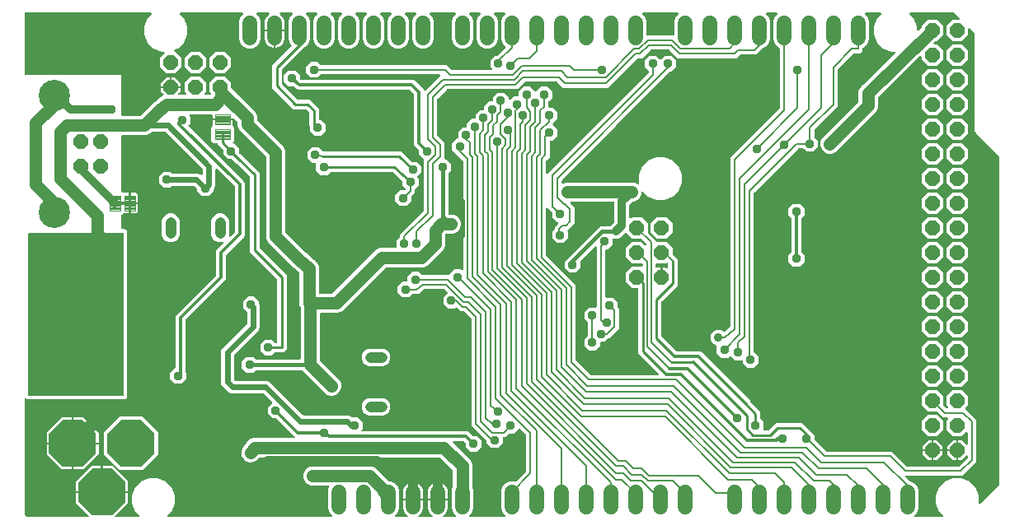
<source format=gbl>
G04 EAGLE Gerber RS-274X export*
G75*
%MOMM*%
%FSLAX34Y34*%
%LPD*%
%INBottom Copper*%
%IPPOS*%
%AMOC8*
5,1,8,0,0,1.08239X$1,22.5*%
G01*
G04 Define Apertures*
%ADD10P,1.64956X8X292.5*%
%ADD11C,1.524000*%
%ADD12P,5.22361X8X112.5*%
%ADD13P,1.57812X8X292.5*%
%ADD14C,3.216000*%
%ADD15P,1.64956X8X112.5*%
%ADD16P,1.64956X8X22.5*%
%ADD17P,1.64956X8X202.5*%
%ADD18C,0.116838*%
%ADD19C,1.117600*%
%ADD20C,1.270000*%
%ADD21C,0.609600*%
%ADD22C,0.406400*%
%ADD23C,0.812800*%
%ADD24C,0.304800*%
%ADD25C,0.254000*%
%ADD26P,0.989737X8X22.5*%
%ADD27C,1.016000*%
%ADD28C,0.203200*%
%ADD29C,0.914400*%
G36*
X323532Y237316D02*
X323136Y237236D01*
X310642Y237236D01*
X310276Y237304D01*
X309935Y237522D01*
X309706Y237856D01*
X309626Y238252D01*
X309626Y261093D01*
X309680Y261419D01*
X309735Y261583D01*
X309628Y263186D01*
X309626Y263253D01*
X309626Y264860D01*
X309560Y265021D01*
X309485Y265342D01*
X309473Y265515D01*
X308761Y266955D01*
X308733Y267017D01*
X308118Y268501D01*
X307995Y268624D01*
X307803Y268892D01*
X307726Y269048D01*
X306517Y270106D01*
X306467Y270152D01*
X305331Y271288D01*
X305171Y271354D01*
X304891Y271528D01*
X296357Y278996D01*
X296308Y279042D01*
X275634Y299716D01*
X275416Y300038D01*
X275336Y300434D01*
X275336Y384240D01*
X273828Y387881D01*
X246424Y415286D01*
X246206Y415608D01*
X246126Y416004D01*
X246126Y419800D01*
X244618Y423441D01*
X219754Y448306D01*
X219536Y448628D01*
X219456Y449024D01*
X219456Y454209D01*
X212909Y460756D01*
X203651Y460756D01*
X197104Y454209D01*
X197104Y444951D01*
X198614Y443440D01*
X198818Y443148D01*
X198911Y442754D01*
X198844Y442356D01*
X198626Y442015D01*
X198292Y441786D01*
X197896Y441706D01*
X193264Y441706D01*
X192913Y441769D01*
X192569Y441981D01*
X192335Y442311D01*
X192248Y442706D01*
X192322Y443103D01*
X192546Y443440D01*
X194056Y444951D01*
X194056Y454209D01*
X187509Y460756D01*
X178251Y460756D01*
X171704Y454209D01*
X171704Y444951D01*
X173214Y443440D01*
X173418Y443148D01*
X173511Y442754D01*
X173444Y442356D01*
X173226Y442015D01*
X172892Y441786D01*
X172496Y441706D01*
X166427Y441706D01*
X166076Y441769D01*
X165732Y441981D01*
X165498Y442311D01*
X165411Y442706D01*
X165486Y443103D01*
X165709Y443440D01*
X167640Y445372D01*
X167640Y448564D01*
X147320Y448564D01*
X147320Y445372D01*
X150077Y442615D01*
X150318Y442229D01*
X150372Y441829D01*
X150265Y441439D01*
X150015Y441121D01*
X149661Y440926D01*
X148842Y440671D01*
X148605Y440474D01*
X148344Y440316D01*
X148059Y440198D01*
X147016Y439155D01*
X146948Y439093D01*
X141308Y434393D01*
X141283Y434375D01*
X141268Y434360D01*
X140985Y434124D01*
X140724Y433966D01*
X140439Y433848D01*
X139396Y432805D01*
X139328Y432743D01*
X138195Y431799D01*
X138051Y431526D01*
X137870Y431279D01*
X127004Y420414D01*
X126682Y420196D01*
X126286Y420116D01*
X107950Y420116D01*
X107584Y420184D01*
X107243Y420402D01*
X107014Y420736D01*
X106934Y421132D01*
X106934Y462492D01*
X106933Y462504D01*
X106926Y462525D01*
X106863Y462534D01*
X8286Y462534D01*
X7920Y462602D01*
X7579Y462820D01*
X7350Y463154D01*
X7270Y463550D01*
X7270Y525114D01*
X7338Y525480D01*
X7556Y525821D01*
X7890Y526050D01*
X8286Y526130D01*
X136964Y526130D01*
X137316Y526067D01*
X137660Y525855D01*
X137894Y525525D01*
X137980Y525130D01*
X137906Y524733D01*
X137683Y524396D01*
X133749Y520462D01*
X130400Y512376D01*
X130400Y503624D01*
X133749Y495538D01*
X139938Y489349D01*
X148024Y486000D01*
X150242Y486000D01*
X150593Y485937D01*
X150937Y485725D01*
X151171Y485395D01*
X151258Y485000D01*
X151184Y484603D01*
X150960Y484266D01*
X146304Y479609D01*
X146304Y470351D01*
X152851Y463804D01*
X162109Y463804D01*
X168656Y470351D01*
X168656Y479609D01*
X162077Y486188D01*
X161917Y486216D01*
X161571Y486426D01*
X161335Y486753D01*
X161245Y487148D01*
X161316Y487546D01*
X161536Y487885D01*
X161872Y488111D01*
X164862Y489349D01*
X171051Y495538D01*
X174400Y503624D01*
X174400Y512376D01*
X171051Y520462D01*
X167117Y524396D01*
X166913Y524688D01*
X166820Y525082D01*
X166888Y525480D01*
X167106Y525821D01*
X167439Y526050D01*
X167836Y526130D01*
X231012Y526130D01*
X231363Y526067D01*
X231707Y525855D01*
X231941Y525525D01*
X232028Y525130D01*
X231954Y524733D01*
X231730Y524396D01*
X229285Y521951D01*
X227584Y517843D01*
X227584Y498157D01*
X229285Y494049D01*
X232429Y490905D01*
X236537Y489204D01*
X240983Y489204D01*
X245091Y490905D01*
X248235Y494049D01*
X249936Y498157D01*
X249936Y517843D01*
X248235Y521951D01*
X245790Y524396D01*
X245586Y524688D01*
X245493Y525082D01*
X245560Y525480D01*
X245778Y525821D01*
X246112Y526050D01*
X246508Y526130D01*
X257876Y526130D01*
X258220Y526070D01*
X258566Y525860D01*
X258802Y525532D01*
X258892Y525138D01*
X258821Y524740D01*
X258600Y524401D01*
X258516Y524345D01*
X255547Y521375D01*
X254000Y517641D01*
X254000Y509016D01*
X274320Y509016D01*
X274320Y517641D01*
X272773Y521375D01*
X269831Y524317D01*
X269761Y524362D01*
X269521Y524688D01*
X269428Y525082D01*
X269496Y525480D01*
X269714Y525821D01*
X270047Y526050D01*
X270444Y526130D01*
X281812Y526130D01*
X282163Y526067D01*
X282507Y525855D01*
X282741Y525525D01*
X282828Y525130D01*
X282754Y524733D01*
X282530Y524396D01*
X280085Y521951D01*
X278384Y517843D01*
X278384Y498157D01*
X280085Y494049D01*
X281336Y492798D01*
X281547Y492491D01*
X281634Y492096D01*
X281560Y491699D01*
X281336Y491361D01*
X261874Y471899D01*
X261874Y448851D01*
X283751Y426974D01*
X296030Y426974D01*
X296411Y426900D01*
X296749Y426676D01*
X299676Y423749D01*
X299894Y423426D01*
X299974Y423030D01*
X299974Y409481D01*
X300184Y409271D01*
X300402Y408948D01*
X300482Y408552D01*
X300482Y404303D01*
X305243Y399542D01*
X311977Y399542D01*
X316738Y404303D01*
X316738Y411037D01*
X311977Y415798D01*
X310642Y415798D01*
X310276Y415866D01*
X309935Y416084D01*
X309706Y416418D01*
X309626Y416814D01*
X309626Y427449D01*
X300449Y436626D01*
X288170Y436626D01*
X287789Y436700D01*
X287451Y436924D01*
X271824Y452551D01*
X271606Y452874D01*
X271526Y453270D01*
X271526Y467480D01*
X271600Y467861D01*
X271824Y468199D01*
X293426Y489801D01*
X293755Y490021D01*
X295891Y490905D01*
X299035Y494049D01*
X300736Y498157D01*
X300736Y517843D01*
X299035Y521951D01*
X296590Y524396D01*
X296386Y524688D01*
X296293Y525082D01*
X296360Y525480D01*
X296578Y525821D01*
X296912Y526050D01*
X297308Y526130D01*
X307212Y526130D01*
X307563Y526067D01*
X307907Y525855D01*
X308141Y525525D01*
X308228Y525130D01*
X308154Y524733D01*
X307930Y524396D01*
X305485Y521951D01*
X303784Y517843D01*
X303784Y498157D01*
X305485Y494049D01*
X308629Y490905D01*
X312737Y489204D01*
X317183Y489204D01*
X321291Y490905D01*
X324435Y494049D01*
X326136Y498157D01*
X326136Y517843D01*
X324435Y521951D01*
X321990Y524396D01*
X321786Y524688D01*
X321693Y525082D01*
X321760Y525480D01*
X321978Y525821D01*
X322312Y526050D01*
X322708Y526130D01*
X332612Y526130D01*
X332963Y526067D01*
X333307Y525855D01*
X333541Y525525D01*
X333628Y525130D01*
X333554Y524733D01*
X333330Y524396D01*
X330885Y521951D01*
X329184Y517843D01*
X329184Y498157D01*
X330885Y494049D01*
X334029Y490905D01*
X338137Y489204D01*
X342583Y489204D01*
X346691Y490905D01*
X349835Y494049D01*
X351536Y498157D01*
X351536Y517843D01*
X349835Y521951D01*
X347390Y524396D01*
X347186Y524688D01*
X347093Y525082D01*
X347160Y525480D01*
X347378Y525821D01*
X347712Y526050D01*
X348108Y526130D01*
X358012Y526130D01*
X358363Y526067D01*
X358707Y525855D01*
X358941Y525525D01*
X359028Y525130D01*
X358954Y524733D01*
X358730Y524396D01*
X356285Y521951D01*
X354584Y517843D01*
X354584Y498157D01*
X356285Y494049D01*
X359429Y490905D01*
X363537Y489204D01*
X367983Y489204D01*
X372091Y490905D01*
X375235Y494049D01*
X376936Y498157D01*
X376936Y517843D01*
X375235Y521951D01*
X372790Y524396D01*
X372586Y524688D01*
X372493Y525082D01*
X372560Y525480D01*
X372778Y525821D01*
X373112Y526050D01*
X373508Y526130D01*
X383412Y526130D01*
X383763Y526067D01*
X384107Y525855D01*
X384341Y525525D01*
X384428Y525130D01*
X384354Y524733D01*
X384130Y524396D01*
X381685Y521951D01*
X379984Y517843D01*
X379984Y498157D01*
X381685Y494049D01*
X384829Y490905D01*
X388937Y489204D01*
X393383Y489204D01*
X397491Y490905D01*
X400635Y494049D01*
X402336Y498157D01*
X402336Y517843D01*
X400635Y521951D01*
X398190Y524396D01*
X397986Y524688D01*
X397893Y525082D01*
X397960Y525480D01*
X398178Y525821D01*
X398512Y526050D01*
X398908Y526130D01*
X408812Y526130D01*
X409163Y526067D01*
X409507Y525855D01*
X409741Y525525D01*
X409828Y525130D01*
X409754Y524733D01*
X409530Y524396D01*
X407085Y521951D01*
X405384Y517843D01*
X405384Y498157D01*
X407085Y494049D01*
X410229Y490905D01*
X414337Y489204D01*
X418783Y489204D01*
X422891Y490905D01*
X426035Y494049D01*
X427736Y498157D01*
X427736Y517843D01*
X426035Y521951D01*
X423590Y524396D01*
X423386Y524688D01*
X423293Y525082D01*
X423360Y525480D01*
X423578Y525821D01*
X423912Y526050D01*
X424308Y526130D01*
X449452Y526130D01*
X449803Y526067D01*
X450147Y525855D01*
X450381Y525525D01*
X450468Y525130D01*
X450394Y524733D01*
X450170Y524396D01*
X447725Y521951D01*
X446024Y517843D01*
X446024Y498157D01*
X447725Y494049D01*
X450869Y490905D01*
X454977Y489204D01*
X459423Y489204D01*
X463531Y490905D01*
X466675Y494049D01*
X468376Y498157D01*
X468376Y517843D01*
X466675Y521951D01*
X464230Y524396D01*
X464026Y524688D01*
X463933Y525082D01*
X464000Y525480D01*
X464218Y525821D01*
X464552Y526050D01*
X464948Y526130D01*
X474852Y526130D01*
X475203Y526067D01*
X475547Y525855D01*
X475781Y525525D01*
X475868Y525130D01*
X475794Y524733D01*
X475570Y524396D01*
X473125Y521951D01*
X471424Y517843D01*
X471424Y498157D01*
X473125Y494049D01*
X476269Y490905D01*
X480377Y489204D01*
X484823Y489204D01*
X488931Y490905D01*
X492075Y494049D01*
X493776Y498157D01*
X493776Y517843D01*
X492075Y521951D01*
X489630Y524396D01*
X489426Y524688D01*
X489333Y525082D01*
X489400Y525480D01*
X489618Y525821D01*
X489952Y526050D01*
X490348Y526130D01*
X500252Y526130D01*
X500603Y526067D01*
X500947Y525855D01*
X501181Y525525D01*
X501268Y525130D01*
X501194Y524733D01*
X500970Y524396D01*
X498525Y521951D01*
X496824Y517843D01*
X496824Y498157D01*
X498525Y494049D01*
X501226Y491349D01*
X501437Y491041D01*
X501524Y490646D01*
X501449Y490249D01*
X501226Y489912D01*
X493450Y482136D01*
X493128Y481918D01*
X492731Y481838D01*
X490663Y481838D01*
X485902Y477077D01*
X485902Y470343D01*
X487659Y468586D01*
X487863Y468294D01*
X487956Y467900D01*
X487888Y467502D01*
X487670Y467161D01*
X487337Y466932D01*
X486940Y466852D01*
X446815Y466852D01*
X446433Y466926D01*
X446096Y467150D01*
X441314Y471932D01*
X312144Y471932D01*
X311762Y472006D01*
X311425Y472230D01*
X308167Y475488D01*
X301433Y475488D01*
X296672Y470727D01*
X296672Y463993D01*
X301433Y459232D01*
X308167Y459232D01*
X311425Y462490D01*
X311747Y462708D01*
X312144Y462788D01*
X433549Y462788D01*
X433900Y462725D01*
X434245Y462513D01*
X434478Y462183D01*
X434565Y461788D01*
X434491Y461391D01*
X434268Y461054D01*
X419167Y445953D01*
X418867Y445746D01*
X418473Y445656D01*
X418075Y445727D01*
X417736Y445947D01*
X417510Y446283D01*
X417057Y447378D01*
X408008Y456427D01*
X406140Y457200D01*
X291767Y457200D01*
X291473Y457244D01*
X291117Y457436D01*
X290434Y458005D01*
X290148Y458389D01*
X290068Y458785D01*
X290068Y461837D01*
X285307Y466598D01*
X278573Y466598D01*
X273812Y461837D01*
X273812Y455103D01*
X278573Y450342D01*
X283391Y450342D01*
X283685Y450298D01*
X284041Y450107D01*
X286095Y448394D01*
X286163Y448332D01*
X286682Y447813D01*
X286759Y447782D01*
X287020Y447624D01*
X287084Y447571D01*
X287785Y447352D01*
X287871Y447321D01*
X288550Y447040D01*
X288632Y447040D01*
X288935Y446994D01*
X289014Y446969D01*
X289745Y447036D01*
X289837Y447040D01*
X402605Y447040D01*
X402986Y446966D01*
X403323Y446742D01*
X407372Y442693D01*
X407590Y442371D01*
X407670Y441975D01*
X407670Y390658D01*
X408443Y388790D01*
X412452Y384781D01*
X412670Y384459D01*
X412750Y384063D01*
X412750Y380173D01*
X417275Y375648D01*
X417486Y375341D01*
X417573Y374946D01*
X417499Y374548D01*
X417275Y374211D01*
X417068Y374004D01*
X417068Y322355D01*
X416994Y321973D01*
X416770Y321636D01*
X392938Y297804D01*
X392938Y295634D01*
X392864Y295252D01*
X392640Y294915D01*
X389382Y291657D01*
X389382Y285242D01*
X389314Y284876D01*
X389096Y284535D01*
X388762Y284306D01*
X388366Y284226D01*
X372680Y284226D01*
X369039Y282718D01*
X323854Y237534D01*
X323532Y237316D01*
G37*
%LPC*%
G36*
X262139Y490220D02*
X263144Y490220D01*
X263144Y506984D01*
X254000Y506984D01*
X254000Y498359D01*
X255547Y494625D01*
X258405Y491767D01*
X262139Y490220D01*
G37*
G36*
X265176Y490220D02*
X266181Y490220D01*
X269915Y491767D01*
X272773Y494625D01*
X274320Y498359D01*
X274320Y506984D01*
X265176Y506984D01*
X265176Y490220D01*
G37*
G36*
X178251Y463804D02*
X187509Y463804D01*
X194056Y470351D01*
X194056Y479609D01*
X187509Y486156D01*
X178251Y486156D01*
X171704Y479609D01*
X171704Y470351D01*
X178251Y463804D01*
G37*
G36*
X203651Y463804D02*
X212909Y463804D01*
X219456Y470351D01*
X219456Y479609D01*
X212909Y486156D01*
X203651Y486156D01*
X197104Y479609D01*
X197104Y470351D01*
X203651Y463804D01*
G37*
G36*
X147320Y450596D02*
X156464Y450596D01*
X156464Y459740D01*
X153272Y459740D01*
X147320Y453788D01*
X147320Y450596D01*
G37*
G36*
X158496Y450596D02*
X167640Y450596D01*
X167640Y453788D01*
X161688Y459740D01*
X158496Y459740D01*
X158496Y450596D01*
G37*
G36*
X392873Y327152D02*
X399607Y327152D01*
X404368Y331913D01*
X404368Y336521D01*
X404442Y336903D01*
X404666Y337240D01*
X408432Y341006D01*
X408432Y344446D01*
X408506Y344828D01*
X408730Y345165D01*
X411988Y348423D01*
X411988Y355157D01*
X410993Y356152D01*
X410782Y356459D01*
X410696Y356854D01*
X410770Y357251D01*
X410993Y357588D01*
X414528Y361123D01*
X414528Y367857D01*
X409767Y372618D01*
X405518Y372618D01*
X405137Y372692D01*
X404799Y372916D01*
X394429Y383286D01*
X314430Y383286D01*
X314048Y383360D01*
X313711Y383584D01*
X309437Y387858D01*
X302703Y387858D01*
X297942Y383097D01*
X297942Y376363D01*
X302703Y371602D01*
X305816Y371602D01*
X306182Y371534D01*
X306523Y371316D01*
X306752Y370982D01*
X306832Y370586D01*
X306832Y363663D01*
X311593Y358902D01*
X318327Y358902D01*
X321331Y361906D01*
X321653Y362124D01*
X322050Y362204D01*
X385066Y362204D01*
X385409Y362144D01*
X385755Y361935D01*
X395405Y353027D01*
X395652Y352676D01*
X395732Y352280D01*
X395732Y348423D01*
X398606Y345549D01*
X398817Y345242D01*
X398904Y344847D01*
X398830Y344449D01*
X398606Y344112D01*
X398200Y343706D01*
X397878Y343488D01*
X397481Y343408D01*
X392873Y343408D01*
X388112Y338647D01*
X388112Y331913D01*
X392873Y327152D01*
G37*
%LPD*%
G36*
X950161Y7350D02*
X949764Y7270D01*
X922148Y7270D01*
X921797Y7333D01*
X921453Y7545D01*
X921219Y7875D01*
X921132Y8270D01*
X921206Y8667D01*
X921430Y9004D01*
X923875Y11449D01*
X925576Y15557D01*
X925576Y35243D01*
X923875Y39351D01*
X920731Y42495D01*
X916623Y44196D01*
X916461Y44196D01*
X916079Y44270D01*
X915742Y44494D01*
X911932Y48304D01*
X911728Y48596D01*
X911635Y48990D01*
X911703Y49388D01*
X911921Y49729D01*
X912254Y49958D01*
X912651Y50038D01*
X970904Y50038D01*
X985012Y64146D01*
X985012Y107304D01*
X973879Y118437D01*
X973668Y118744D01*
X973581Y119139D01*
X973656Y119537D01*
X973879Y119874D01*
X976376Y122371D01*
X976376Y131629D01*
X969829Y138176D01*
X960571Y138176D01*
X954024Y131629D01*
X954024Y122371D01*
X955788Y120606D01*
X955992Y120314D01*
X956085Y119920D01*
X956018Y119522D01*
X955800Y119181D01*
X955466Y118952D01*
X955070Y118872D01*
X954815Y118872D01*
X954433Y118946D01*
X954096Y119170D01*
X951274Y121992D01*
X951056Y122314D01*
X950976Y122711D01*
X950976Y131629D01*
X944429Y138176D01*
X935171Y138176D01*
X928624Y131629D01*
X928624Y122371D01*
X935171Y115824D01*
X944089Y115824D01*
X944471Y115750D01*
X944808Y115526D01*
X950606Y109728D01*
X955070Y109728D01*
X955421Y109665D01*
X955765Y109453D01*
X955999Y109123D01*
X956086Y108728D01*
X956012Y108331D01*
X955788Y107994D01*
X954024Y106229D01*
X954024Y96971D01*
X960571Y90424D01*
X969829Y90424D01*
X974134Y94728D01*
X974426Y94932D01*
X974820Y95025D01*
X975218Y94958D01*
X975559Y94740D01*
X975788Y94406D01*
X975868Y94010D01*
X975868Y82353D01*
X975805Y82002D01*
X975593Y81658D01*
X975263Y81424D01*
X974868Y81337D01*
X974471Y81412D01*
X974134Y81635D01*
X969408Y86360D01*
X966216Y86360D01*
X966216Y66040D01*
X969408Y66040D01*
X974134Y70765D01*
X974426Y70969D01*
X974820Y71062D01*
X975218Y70994D01*
X975559Y70777D01*
X975788Y70443D01*
X975868Y70047D01*
X975868Y68355D01*
X975794Y67973D01*
X975570Y67636D01*
X967414Y59480D01*
X967092Y59262D01*
X966695Y59182D01*
X914175Y59182D01*
X913793Y59256D01*
X913456Y59480D01*
X898514Y74422D01*
X831625Y74422D01*
X831243Y74496D01*
X830906Y74720D01*
X818686Y86940D01*
X818468Y87262D01*
X818388Y87659D01*
X818388Y90997D01*
X815384Y94001D01*
X815166Y94323D01*
X815089Y94706D01*
X805909Y103886D01*
X779051Y103886D01*
X771729Y96564D01*
X771406Y96346D01*
X771010Y96266D01*
X766804Y96266D01*
X766452Y96329D01*
X766108Y96541D01*
X765874Y96871D01*
X765788Y97266D01*
X765862Y97663D01*
X766085Y98000D01*
X766318Y98233D01*
X766318Y104967D01*
X763314Y107971D01*
X763096Y108293D01*
X763016Y108690D01*
X763016Y112858D01*
X763018Y112918D01*
X763129Y114804D01*
X763096Y114855D01*
X763073Y114972D01*
X761724Y116321D01*
X761683Y116365D01*
X752806Y126351D01*
X752627Y126637D01*
X752337Y127338D01*
X702648Y177027D01*
X700780Y177800D01*
X677086Y177800D01*
X676705Y177874D01*
X676367Y178098D01*
X661714Y192751D01*
X661496Y193074D01*
X661416Y193470D01*
X661416Y228720D01*
X661490Y229101D01*
X661714Y229439D01*
X677926Y245651D01*
X677926Y272509D01*
X675084Y275351D01*
X674779Y275410D01*
X674442Y275634D01*
X673144Y276932D01*
X672926Y277254D01*
X672846Y277651D01*
X672846Y284029D01*
X666299Y290576D01*
X656747Y290576D01*
X656622Y290547D01*
X656224Y290614D01*
X655883Y290832D01*
X655654Y291166D01*
X655574Y291562D01*
X655574Y291962D01*
X647744Y299792D01*
X647526Y300114D01*
X647446Y300511D01*
X647446Y309429D01*
X640899Y315976D01*
X631641Y315976D01*
X630384Y314720D01*
X630092Y314516D01*
X629698Y314423D01*
X629300Y314490D01*
X628959Y314708D01*
X628730Y315042D01*
X628650Y315438D01*
X628650Y328682D01*
X628764Y329150D01*
X629017Y329465D01*
X631460Y331490D01*
X631712Y331644D01*
X632109Y331724D01*
X633160Y331724D01*
X636801Y333232D01*
X639588Y336019D01*
X641096Y339660D01*
X641096Y341338D01*
X641159Y341690D01*
X641371Y342034D01*
X641701Y342268D01*
X642096Y342354D01*
X642493Y342280D01*
X642830Y342057D01*
X647938Y336949D01*
X656024Y333600D01*
X664776Y333600D01*
X672862Y336949D01*
X679051Y343138D01*
X682400Y351224D01*
X682400Y359976D01*
X679051Y368062D01*
X672862Y374251D01*
X664776Y377600D01*
X656024Y377600D01*
X647938Y374251D01*
X641749Y368062D01*
X638400Y359976D01*
X638400Y351224D01*
X638422Y351172D01*
X638498Y350832D01*
X638436Y350432D01*
X638224Y350088D01*
X637894Y349854D01*
X637499Y349767D01*
X637102Y349841D01*
X636851Y350007D01*
X633160Y351536D01*
X562926Y351536D01*
X560459Y350514D01*
X560102Y350437D01*
X559704Y350505D01*
X559363Y350723D01*
X559134Y351057D01*
X559054Y351453D01*
X559054Y352796D01*
X559126Y353172D01*
X559348Y353510D01*
X669882Y465280D01*
X670208Y465502D01*
X670604Y465582D01*
X671387Y465582D01*
X676148Y470343D01*
X676148Y477077D01*
X671387Y481838D01*
X664653Y481838D01*
X661118Y478303D01*
X660811Y478092D01*
X660416Y478006D01*
X660019Y478080D01*
X659682Y478303D01*
X656147Y481838D01*
X649413Y481838D01*
X644652Y477077D01*
X644652Y470343D01*
X647910Y467085D01*
X648128Y466763D01*
X648208Y466366D01*
X648208Y464591D01*
X648134Y464210D01*
X647911Y463873D01*
X546421Y362133D01*
X546420Y362132D01*
X544786Y360498D01*
X544494Y360294D01*
X544100Y360201D01*
X543702Y360269D01*
X543361Y360487D01*
X543132Y360820D01*
X543052Y361217D01*
X543052Y373605D01*
X543126Y373987D01*
X543350Y374324D01*
X546862Y377836D01*
X546862Y393446D01*
X546930Y393812D01*
X547148Y394153D01*
X547482Y394382D01*
X547878Y394462D01*
X549467Y394462D01*
X554228Y399223D01*
X554228Y405957D01*
X550084Y410101D01*
X549873Y410408D01*
X549786Y410803D01*
X549860Y411201D01*
X550084Y411538D01*
X550672Y412126D01*
X550672Y413026D01*
X550746Y413408D01*
X550970Y413745D01*
X554228Y417003D01*
X554228Y423737D01*
X549467Y428498D01*
X546608Y428498D01*
X546242Y428566D01*
X545901Y428784D01*
X545672Y429118D01*
X545592Y429514D01*
X545592Y434616D01*
X545666Y434998D01*
X545890Y435335D01*
X549148Y438593D01*
X549148Y445327D01*
X544387Y450088D01*
X537653Y450088D01*
X532848Y445283D01*
X532541Y445072D01*
X532146Y444986D01*
X531749Y445060D01*
X531412Y445283D01*
X526607Y450088D01*
X519873Y450088D01*
X515112Y445327D01*
X515112Y440944D01*
X515044Y440578D01*
X514826Y440237D01*
X514492Y440008D01*
X514096Y439928D01*
X509713Y439928D01*
X506432Y436647D01*
X506140Y436443D01*
X505746Y436350D01*
X505348Y436418D01*
X505007Y436636D01*
X504778Y436969D01*
X504698Y437366D01*
X504698Y438977D01*
X499937Y443738D01*
X493203Y443738D01*
X488442Y438977D01*
X488442Y435864D01*
X488374Y435498D01*
X488156Y435157D01*
X487822Y434928D01*
X487426Y434848D01*
X484313Y434848D01*
X479552Y430087D01*
X479552Y426974D01*
X479484Y426608D01*
X479266Y426267D01*
X478932Y426038D01*
X478536Y425958D01*
X475423Y425958D01*
X470662Y421197D01*
X470662Y418084D01*
X470594Y417718D01*
X470376Y417377D01*
X470042Y417148D01*
X469646Y417068D01*
X466533Y417068D01*
X461772Y412307D01*
X461772Y409194D01*
X461704Y408828D01*
X461486Y408487D01*
X461152Y408258D01*
X460756Y408178D01*
X457643Y408178D01*
X452882Y403417D01*
X452882Y397764D01*
X452814Y397398D01*
X452596Y397057D01*
X452262Y396828D01*
X451866Y396748D01*
X451293Y396748D01*
X446532Y391987D01*
X446532Y385253D01*
X449790Y381995D01*
X449896Y381838D01*
X457410Y374324D01*
X457628Y374002D01*
X457708Y373605D01*
X457708Y310783D01*
X457648Y310439D01*
X457438Y310093D01*
X457111Y309857D01*
X456716Y309767D01*
X456318Y309838D01*
X455979Y310058D01*
X455753Y310394D01*
X454168Y314221D01*
X451381Y317008D01*
X447740Y318516D01*
X443484Y318516D01*
X443118Y318584D01*
X442777Y318802D01*
X442548Y319136D01*
X442468Y319532D01*
X442468Y360702D01*
X442542Y361084D01*
X442766Y361421D01*
X445008Y363663D01*
X445008Y370397D01*
X440247Y375158D01*
X439928Y375158D01*
X439562Y375226D01*
X439221Y375444D01*
X438992Y375778D01*
X438912Y376174D01*
X438912Y391784D01*
X431590Y399106D01*
X431372Y399428D01*
X431292Y399825D01*
X431292Y437105D01*
X431366Y437487D01*
X431590Y437824D01*
X441016Y447250D01*
X441338Y447468D01*
X441735Y447548D01*
X513704Y447548D01*
X521026Y454870D01*
X521348Y455088D01*
X521745Y455168D01*
X553945Y455168D01*
X554327Y455094D01*
X554664Y454870D01*
X560716Y448818D01*
X606414Y448818D01*
X636596Y479000D01*
X636918Y479218D01*
X637315Y479298D01*
X641466Y479298D01*
X650058Y487890D01*
X650380Y488108D01*
X650777Y488188D01*
X669007Y488188D01*
X669389Y488114D01*
X669726Y487890D01*
X678318Y479298D01*
X738494Y479298D01*
X742006Y482810D01*
X742328Y483028D01*
X742725Y483108D01*
X758814Y483108D01*
X765253Y489547D01*
X765582Y489767D01*
X768331Y490905D01*
X771475Y494049D01*
X773176Y498157D01*
X773176Y517843D01*
X771475Y521951D01*
X769030Y524396D01*
X768826Y524688D01*
X768733Y525082D01*
X768800Y525480D01*
X769018Y525821D01*
X769352Y526050D01*
X769748Y526130D01*
X779652Y526130D01*
X780003Y526067D01*
X780347Y525855D01*
X780581Y525525D01*
X780668Y525130D01*
X780594Y524733D01*
X780370Y524396D01*
X777925Y521951D01*
X776224Y517843D01*
X776224Y498157D01*
X777925Y494049D01*
X781069Y490905D01*
X782201Y490437D01*
X782519Y490228D01*
X782748Y489894D01*
X782828Y489498D01*
X782828Y427765D01*
X782754Y427383D01*
X782530Y427046D01*
X732028Y376544D01*
X732028Y203196D01*
X731926Y202753D01*
X731681Y202431D01*
X726659Y198037D01*
X726401Y197872D01*
X726006Y197786D01*
X725609Y197860D01*
X725272Y198083D01*
X724694Y198661D01*
X721707Y199898D01*
X718473Y199898D01*
X715486Y198661D01*
X713199Y196374D01*
X711962Y193387D01*
X711962Y190153D01*
X713199Y187166D01*
X715486Y184879D01*
X717807Y183918D01*
X718113Y183720D01*
X718347Y183391D01*
X718434Y182996D01*
X718360Y182598D01*
X718312Y182526D01*
X718312Y175703D01*
X723073Y170942D01*
X729807Y170942D01*
X731437Y172572D01*
X731744Y172783D01*
X732139Y172869D01*
X732536Y172795D01*
X732873Y172572D01*
X737043Y168402D01*
X743966Y168402D01*
X744332Y168334D01*
X744673Y168116D01*
X744902Y167782D01*
X744982Y167386D01*
X744982Y165543D01*
X749743Y160782D01*
X756477Y160782D01*
X761238Y165543D01*
X761238Y172277D01*
X756710Y176805D01*
X756492Y177127D01*
X756412Y177524D01*
X756412Y340585D01*
X756486Y340967D01*
X756710Y341304D01*
X801696Y386290D01*
X802018Y386508D01*
X802415Y386588D01*
X806726Y386588D01*
X807108Y386514D01*
X807445Y386290D01*
X810703Y383032D01*
X817437Y383032D01*
X822198Y387793D01*
X822198Y394527D01*
X818940Y397785D01*
X818722Y398107D01*
X818642Y398504D01*
X818642Y405355D01*
X818716Y405737D01*
X818940Y406074D01*
X842772Y429906D01*
X842772Y467585D01*
X842846Y467967D01*
X843070Y468304D01*
X858846Y484080D01*
X859168Y484298D01*
X859565Y484378D01*
X865494Y484378D01*
X868172Y487056D01*
X868172Y489498D01*
X868243Y489872D01*
X868464Y490211D01*
X868799Y490437D01*
X869931Y490905D01*
X873075Y494049D01*
X874776Y498157D01*
X874776Y517843D01*
X873075Y521951D01*
X870630Y524396D01*
X870426Y524688D01*
X870333Y525082D01*
X870400Y525480D01*
X870618Y525821D01*
X870952Y526050D01*
X871348Y526130D01*
X886264Y526130D01*
X886616Y526067D01*
X886960Y525855D01*
X887194Y525525D01*
X887280Y525130D01*
X887206Y524733D01*
X886983Y524396D01*
X883049Y520462D01*
X879700Y512376D01*
X879700Y503624D01*
X883049Y495538D01*
X889238Y489349D01*
X897324Y486000D01*
X900735Y486000D01*
X901095Y485934D01*
X901437Y485718D01*
X901668Y485386D01*
X901750Y484990D01*
X901673Y484594D01*
X901446Y484259D01*
X868335Y451785D01*
X868248Y451727D01*
X866793Y450272D01*
X866786Y450265D01*
X865381Y448888D01*
X864628Y447070D01*
X864625Y447061D01*
X863854Y445250D01*
X863854Y443283D01*
X863854Y443273D01*
X863834Y441216D01*
X863854Y441113D01*
X863854Y435054D01*
X863780Y434673D01*
X863556Y434336D01*
X825992Y396771D01*
X824484Y393130D01*
X824484Y389190D01*
X825992Y385549D01*
X828779Y382762D01*
X832420Y381254D01*
X836360Y381254D01*
X840001Y382762D01*
X882158Y424919D01*
X883666Y428560D01*
X883666Y438644D01*
X883744Y439034D01*
X883971Y439369D01*
X926897Y481470D01*
X927182Y481667D01*
X927576Y481760D01*
X927974Y481692D01*
X928315Y481474D01*
X928544Y481141D01*
X928624Y480744D01*
X928624Y477971D01*
X935171Y471424D01*
X944429Y471424D01*
X950976Y477971D01*
X950976Y487229D01*
X944429Y493776D01*
X941931Y493776D01*
X941571Y493842D01*
X941229Y494058D01*
X940998Y494390D01*
X940915Y494786D01*
X940993Y495182D01*
X941220Y495517D01*
X942256Y496533D01*
X942571Y496744D01*
X942967Y496824D01*
X944429Y496824D01*
X950976Y503371D01*
X950976Y512629D01*
X944429Y519176D01*
X935171Y519176D01*
X928624Y512629D01*
X928624Y511341D01*
X928546Y510950D01*
X928319Y510615D01*
X925427Y507779D01*
X925142Y507582D01*
X924748Y507489D01*
X924350Y507557D01*
X924009Y507775D01*
X923780Y508108D01*
X923700Y508504D01*
X923700Y512376D01*
X920351Y520462D01*
X916417Y524396D01*
X916213Y524688D01*
X916120Y525082D01*
X916188Y525480D01*
X916406Y525821D01*
X916739Y526050D01*
X917136Y526130D01*
X961768Y526130D01*
X962149Y526056D01*
X962486Y525832D01*
X967408Y520910D01*
X967612Y520618D01*
X967705Y520224D01*
X967638Y519826D01*
X967420Y519485D01*
X967086Y519256D01*
X966690Y519176D01*
X960571Y519176D01*
X954024Y512629D01*
X954024Y503371D01*
X960571Y496824D01*
X969829Y496824D01*
X976376Y503371D01*
X976376Y509490D01*
X976439Y509841D01*
X976651Y510185D01*
X976981Y510419D01*
X977376Y510506D01*
X977773Y510432D01*
X978110Y510208D01*
X983032Y505286D01*
X983250Y504964D01*
X983330Y504568D01*
X983330Y404954D01*
X984437Y402282D01*
X1008432Y378286D01*
X1008650Y377964D01*
X1008730Y377568D01*
X1008730Y41532D01*
X1008656Y41151D01*
X1008432Y40814D01*
X988934Y21316D01*
X988642Y21112D01*
X988248Y21019D01*
X987850Y21087D01*
X987509Y21304D01*
X987280Y21638D01*
X987200Y22034D01*
X987200Y29776D01*
X983851Y37862D01*
X977662Y44051D01*
X969576Y47400D01*
X960824Y47400D01*
X952738Y44051D01*
X946549Y37862D01*
X943200Y29776D01*
X943200Y21024D01*
X946549Y12938D01*
X950483Y9004D01*
X950687Y8712D01*
X950780Y8318D01*
X950712Y7920D01*
X950494Y7579D01*
X950161Y7350D01*
G37*
%LPC*%
G36*
X960571Y471424D02*
X969829Y471424D01*
X976376Y477971D01*
X976376Y487229D01*
X969829Y493776D01*
X960571Y493776D01*
X954024Y487229D01*
X954024Y477971D01*
X960571Y471424D01*
G37*
G36*
X935171Y446024D02*
X944429Y446024D01*
X950976Y452571D01*
X950976Y461829D01*
X944429Y468376D01*
X935171Y468376D01*
X928624Y461829D01*
X928624Y452571D01*
X935171Y446024D01*
G37*
G36*
X960571Y446024D02*
X969829Y446024D01*
X976376Y452571D01*
X976376Y461829D01*
X969829Y468376D01*
X960571Y468376D01*
X954024Y461829D01*
X954024Y452571D01*
X960571Y446024D01*
G37*
G36*
X935171Y420624D02*
X944429Y420624D01*
X950976Y427171D01*
X950976Y436429D01*
X944429Y442976D01*
X935171Y442976D01*
X928624Y436429D01*
X928624Y427171D01*
X935171Y420624D01*
G37*
G36*
X960571Y420624D02*
X969829Y420624D01*
X976376Y427171D01*
X976376Y436429D01*
X969829Y442976D01*
X960571Y442976D01*
X954024Y436429D01*
X954024Y427171D01*
X960571Y420624D01*
G37*
G36*
X935171Y395224D02*
X944429Y395224D01*
X950976Y401771D01*
X950976Y411029D01*
X944429Y417576D01*
X935171Y417576D01*
X928624Y411029D01*
X928624Y401771D01*
X935171Y395224D01*
G37*
G36*
X960571Y395224D02*
X969829Y395224D01*
X976376Y401771D01*
X976376Y411029D01*
X969829Y417576D01*
X960571Y417576D01*
X954024Y411029D01*
X954024Y401771D01*
X960571Y395224D01*
G37*
G36*
X935171Y369824D02*
X944429Y369824D01*
X950976Y376371D01*
X950976Y385629D01*
X944429Y392176D01*
X935171Y392176D01*
X928624Y385629D01*
X928624Y376371D01*
X935171Y369824D01*
G37*
G36*
X960571Y369824D02*
X969829Y369824D01*
X976376Y376371D01*
X976376Y385629D01*
X969829Y392176D01*
X960571Y392176D01*
X954024Y385629D01*
X954024Y376371D01*
X960571Y369824D01*
G37*
G36*
X960571Y344424D02*
X969829Y344424D01*
X976376Y350971D01*
X976376Y360229D01*
X969829Y366776D01*
X960571Y366776D01*
X954024Y360229D01*
X954024Y350971D01*
X960571Y344424D01*
G37*
G36*
X935171Y344424D02*
X944429Y344424D01*
X950976Y350971D01*
X950976Y360229D01*
X944429Y366776D01*
X935171Y366776D01*
X928624Y360229D01*
X928624Y350971D01*
X935171Y344424D01*
G37*
G36*
X960571Y319024D02*
X969829Y319024D01*
X976376Y325571D01*
X976376Y334829D01*
X969829Y341376D01*
X960571Y341376D01*
X954024Y334829D01*
X954024Y325571D01*
X960571Y319024D01*
G37*
G36*
X935171Y319024D02*
X944429Y319024D01*
X950976Y325571D01*
X950976Y334829D01*
X944429Y341376D01*
X935171Y341376D01*
X928624Y334829D01*
X928624Y325571D01*
X935171Y319024D01*
G37*
G36*
X796733Y264922D02*
X803467Y264922D01*
X808228Y269683D01*
X808228Y276417D01*
X805478Y279167D01*
X805260Y279489D01*
X805180Y279886D01*
X805180Y314474D01*
X805254Y314856D01*
X805478Y315193D01*
X808228Y317943D01*
X808228Y324677D01*
X803467Y329438D01*
X796733Y329438D01*
X791972Y324677D01*
X791972Y317943D01*
X794722Y315193D01*
X794940Y314871D01*
X795020Y314474D01*
X795020Y279886D01*
X794946Y279504D01*
X794722Y279167D01*
X791972Y276417D01*
X791972Y269683D01*
X796733Y264922D01*
G37*
G36*
X935171Y293624D02*
X944429Y293624D01*
X950976Y300171D01*
X950976Y309429D01*
X944429Y315976D01*
X935171Y315976D01*
X928624Y309429D01*
X928624Y300171D01*
X935171Y293624D01*
G37*
G36*
X960571Y293624D02*
X969829Y293624D01*
X976376Y300171D01*
X976376Y309429D01*
X969829Y315976D01*
X960571Y315976D01*
X954024Y309429D01*
X954024Y300171D01*
X960571Y293624D01*
G37*
G36*
X657041Y293624D02*
X666299Y293624D01*
X672846Y300171D01*
X672846Y309429D01*
X666299Y315976D01*
X657041Y315976D01*
X650494Y309429D01*
X650494Y300171D01*
X657041Y293624D01*
G37*
G36*
X960571Y268224D02*
X969829Y268224D01*
X976376Y274771D01*
X976376Y284029D01*
X969829Y290576D01*
X960571Y290576D01*
X954024Y284029D01*
X954024Y274771D01*
X960571Y268224D01*
G37*
G36*
X935171Y268224D02*
X944429Y268224D01*
X950976Y274771D01*
X950976Y284029D01*
X944429Y290576D01*
X935171Y290576D01*
X928624Y284029D01*
X928624Y274771D01*
X935171Y268224D01*
G37*
G36*
X935171Y242824D02*
X944429Y242824D01*
X950976Y249371D01*
X950976Y258629D01*
X944429Y265176D01*
X935171Y265176D01*
X928624Y258629D01*
X928624Y249371D01*
X935171Y242824D01*
G37*
G36*
X960571Y242824D02*
X969829Y242824D01*
X976376Y249371D01*
X976376Y258629D01*
X969829Y265176D01*
X960571Y265176D01*
X954024Y258629D01*
X954024Y249371D01*
X960571Y242824D01*
G37*
G36*
X960571Y217424D02*
X969829Y217424D01*
X976376Y223971D01*
X976376Y233229D01*
X969829Y239776D01*
X960571Y239776D01*
X954024Y233229D01*
X954024Y223971D01*
X960571Y217424D01*
G37*
G36*
X935171Y217424D02*
X944429Y217424D01*
X950976Y223971D01*
X950976Y233229D01*
X944429Y239776D01*
X935171Y239776D01*
X928624Y233229D01*
X928624Y223971D01*
X935171Y217424D01*
G37*
G36*
X960571Y192024D02*
X969829Y192024D01*
X976376Y198571D01*
X976376Y207829D01*
X969829Y214376D01*
X960571Y214376D01*
X954024Y207829D01*
X954024Y198571D01*
X960571Y192024D01*
G37*
G36*
X935171Y192024D02*
X944429Y192024D01*
X950976Y198571D01*
X950976Y207829D01*
X944429Y214376D01*
X935171Y214376D01*
X928624Y207829D01*
X928624Y198571D01*
X935171Y192024D01*
G37*
G36*
X935171Y166624D02*
X944429Y166624D01*
X950976Y173171D01*
X950976Y182429D01*
X944429Y188976D01*
X935171Y188976D01*
X928624Y182429D01*
X928624Y173171D01*
X935171Y166624D01*
G37*
G36*
X960571Y166624D02*
X969829Y166624D01*
X976376Y173171D01*
X976376Y182429D01*
X969829Y188976D01*
X960571Y188976D01*
X954024Y182429D01*
X954024Y173171D01*
X960571Y166624D01*
G37*
G36*
X935171Y141224D02*
X944429Y141224D01*
X950976Y147771D01*
X950976Y157029D01*
X944429Y163576D01*
X935171Y163576D01*
X928624Y157029D01*
X928624Y147771D01*
X935171Y141224D01*
G37*
G36*
X960571Y141224D02*
X969829Y141224D01*
X976376Y147771D01*
X976376Y157029D01*
X969829Y163576D01*
X960571Y163576D01*
X954024Y157029D01*
X954024Y147771D01*
X960571Y141224D01*
G37*
G36*
X935171Y90424D02*
X944429Y90424D01*
X950976Y96971D01*
X950976Y106229D01*
X944429Y112776D01*
X935171Y112776D01*
X928624Y106229D01*
X928624Y96971D01*
X935171Y90424D01*
G37*
G36*
X929640Y77216D02*
X938784Y77216D01*
X938784Y86360D01*
X935592Y86360D01*
X929640Y80408D01*
X929640Y77216D01*
G37*
G36*
X955040Y77216D02*
X964184Y77216D01*
X964184Y86360D01*
X960992Y86360D01*
X955040Y80408D01*
X955040Y77216D01*
G37*
G36*
X940816Y77216D02*
X949960Y77216D01*
X949960Y80408D01*
X944008Y86360D01*
X940816Y86360D01*
X940816Y77216D01*
G37*
G36*
X960992Y66040D02*
X964184Y66040D01*
X964184Y75184D01*
X955040Y75184D01*
X955040Y71992D01*
X960992Y66040D01*
G37*
G36*
X940816Y66040D02*
X944008Y66040D01*
X949960Y71992D01*
X949960Y75184D01*
X940816Y75184D01*
X940816Y66040D01*
G37*
G36*
X935592Y66040D02*
X938784Y66040D01*
X938784Y75184D01*
X929640Y75184D01*
X929640Y71992D01*
X935592Y66040D01*
G37*
%LPD*%
G36*
X674004Y502492D02*
X673608Y502412D01*
X647192Y502412D01*
X646826Y502480D01*
X646485Y502698D01*
X646256Y503032D01*
X646176Y503428D01*
X646176Y517843D01*
X644475Y521951D01*
X642030Y524396D01*
X641826Y524688D01*
X641733Y525082D01*
X641800Y525480D01*
X642018Y525821D01*
X642352Y526050D01*
X642748Y526130D01*
X678052Y526130D01*
X678403Y526067D01*
X678747Y525855D01*
X678981Y525525D01*
X679068Y525130D01*
X678994Y524733D01*
X678770Y524396D01*
X676325Y521951D01*
X674624Y517843D01*
X674624Y503428D01*
X674556Y503062D01*
X674338Y502721D01*
X674004Y502492D01*
G37*
G36*
X72844Y7350D02*
X72448Y7270D01*
X10764Y7270D01*
X10383Y7344D01*
X10046Y7568D01*
X7568Y10046D01*
X7350Y10368D01*
X7270Y10764D01*
X7270Y128294D01*
X7309Y128573D01*
X7495Y128932D01*
X7807Y129190D01*
X8194Y129306D01*
X8596Y129262D01*
X8949Y129064D01*
X9040Y128986D01*
X9434Y128729D01*
X9858Y128526D01*
X10304Y128381D01*
X10771Y128295D01*
X11205Y128270D01*
X109440Y128270D01*
X109943Y128303D01*
X110403Y128396D01*
X110848Y128549D01*
X111268Y128758D01*
X111657Y129022D01*
X112008Y129334D01*
X112314Y129690D01*
X112572Y130084D01*
X112774Y130508D01*
X112919Y130954D01*
X113005Y131421D01*
X113030Y131855D01*
X113030Y299940D01*
X112997Y300443D01*
X112904Y300903D01*
X112751Y301348D01*
X112542Y301768D01*
X112278Y302157D01*
X111966Y302508D01*
X111610Y302814D01*
X111216Y303072D01*
X110792Y303274D01*
X110346Y303419D01*
X109879Y303505D01*
X109445Y303530D01*
X107950Y303530D01*
X107584Y303598D01*
X107243Y303816D01*
X107014Y304150D01*
X106934Y304546D01*
X106934Y317853D01*
X107008Y318235D01*
X107232Y318572D01*
X108021Y319361D01*
X108343Y319579D01*
X108740Y319659D01*
X114554Y319659D01*
X114554Y340741D01*
X108740Y340741D01*
X108358Y340815D01*
X108021Y341039D01*
X107232Y341828D01*
X107014Y342150D01*
X106934Y342547D01*
X106934Y399288D01*
X107002Y399654D01*
X107220Y399995D01*
X107554Y400224D01*
X107950Y400304D01*
X132780Y400304D01*
X136421Y401812D01*
X137918Y403308D01*
X138240Y403526D01*
X138636Y403606D01*
X151784Y403606D01*
X152165Y403532D01*
X152502Y403308D01*
X189948Y365862D01*
X190166Y365540D01*
X190246Y365144D01*
X190246Y360026D01*
X190183Y359675D01*
X189971Y359331D01*
X189641Y359097D01*
X189246Y359010D01*
X188849Y359085D01*
X188512Y359308D01*
X187891Y359929D01*
X185464Y360934D01*
X158982Y360934D01*
X158600Y361008D01*
X158263Y361232D01*
X157037Y362458D01*
X150303Y362458D01*
X145542Y357697D01*
X145542Y350963D01*
X150303Y346202D01*
X157037Y346202D01*
X158263Y347428D01*
X158585Y347646D01*
X158982Y347726D01*
X180994Y347726D01*
X181375Y347652D01*
X181712Y347428D01*
X184614Y344526D01*
X184832Y344204D01*
X184912Y343808D01*
X184912Y342073D01*
X189673Y337312D01*
X196407Y337312D01*
X201168Y342073D01*
X201168Y343808D01*
X201242Y344189D01*
X201466Y344526D01*
X202449Y345509D01*
X203454Y347936D01*
X203454Y364759D01*
X203517Y365110D01*
X203729Y365454D01*
X204059Y365688D01*
X204454Y365775D01*
X204851Y365701D01*
X205188Y365477D01*
X223222Y347443D01*
X223440Y347121D01*
X223520Y346725D01*
X223520Y300975D01*
X223446Y300594D01*
X223222Y300257D01*
X218960Y295995D01*
X218675Y295794D01*
X218283Y295698D01*
X217883Y295762D01*
X217541Y295978D01*
X217310Y296309D01*
X217226Y296705D01*
X217303Y297102D01*
X217424Y297393D01*
X217424Y312207D01*
X216032Y315568D01*
X213460Y318140D01*
X210099Y319532D01*
X206461Y319532D01*
X203100Y318140D01*
X200528Y315568D01*
X199136Y312207D01*
X199136Y297393D01*
X200528Y294032D01*
X203100Y291460D01*
X206461Y290068D01*
X210099Y290068D01*
X210390Y290189D01*
X210730Y290265D01*
X211130Y290203D01*
X211474Y289991D01*
X211708Y289661D01*
X211795Y289266D01*
X211721Y288869D01*
X211497Y288532D01*
X205243Y282278D01*
X204470Y280410D01*
X204470Y256525D01*
X204396Y256144D01*
X204172Y255807D01*
X163333Y214968D01*
X162560Y213100D01*
X162560Y161544D01*
X162492Y161178D01*
X162274Y160837D01*
X161940Y160608D01*
X161781Y160576D01*
X156972Y155767D01*
X156972Y149033D01*
X161733Y144272D01*
X168467Y144272D01*
X173228Y149033D01*
X173228Y155767D01*
X173018Y155977D01*
X172800Y156299D01*
X172720Y156696D01*
X172720Y209565D01*
X172794Y209946D01*
X173018Y210283D01*
X213857Y251122D01*
X214630Y252990D01*
X214630Y276875D01*
X214704Y277256D01*
X214928Y277593D01*
X232907Y295572D01*
X233680Y297440D01*
X233680Y350260D01*
X232907Y352128D01*
X175793Y409241D01*
X175582Y409549D01*
X175495Y409944D01*
X175570Y410341D01*
X175793Y410678D01*
X177673Y412558D01*
X177673Y419292D01*
X176805Y420160D01*
X176601Y420452D01*
X176508Y420846D01*
X176576Y421244D01*
X176794Y421585D01*
X177127Y421814D01*
X177524Y421894D01*
X199263Y421894D01*
X199629Y421826D01*
X199970Y421608D01*
X200199Y421274D01*
X200279Y420878D01*
X200279Y417576D01*
X221869Y417576D01*
X221869Y417087D01*
X221966Y417156D01*
X222361Y417243D01*
X222758Y417169D01*
X223095Y416945D01*
X226016Y414024D01*
X226234Y413702D01*
X226314Y413306D01*
X226314Y409510D01*
X227822Y405869D01*
X255226Y378464D01*
X255444Y378142D01*
X255524Y377746D01*
X255524Y293940D01*
X257032Y290299D01*
X281285Y266046D01*
X281477Y265778D01*
X281554Y265623D01*
X282763Y264564D01*
X282813Y264518D01*
X283949Y263382D01*
X284109Y263316D01*
X284389Y263142D01*
X289467Y258699D01*
X289734Y258330D01*
X289814Y257934D01*
X289814Y225360D01*
X291007Y222480D01*
X291084Y222091D01*
X291084Y170434D01*
X291016Y170068D01*
X290798Y169727D01*
X290464Y169498D01*
X290068Y169418D01*
X245088Y169418D01*
X244706Y169492D01*
X244369Y169716D01*
X242127Y171958D01*
X235393Y171958D01*
X230632Y167197D01*
X230632Y160463D01*
X235393Y155702D01*
X242127Y155702D01*
X244369Y157944D01*
X244691Y158162D01*
X245088Y158242D01*
X292148Y158242D01*
X292529Y158168D01*
X292866Y157944D01*
X316969Y133842D01*
X320610Y132334D01*
X324550Y132334D01*
X328191Y133842D01*
X330978Y136629D01*
X332486Y140270D01*
X332486Y144210D01*
X330978Y147851D01*
X311194Y167636D01*
X310976Y167958D01*
X310896Y168354D01*
X310896Y216408D01*
X310964Y216774D01*
X311182Y217115D01*
X311516Y217344D01*
X311912Y217424D01*
X329630Y217424D01*
X333271Y218932D01*
X378456Y264116D01*
X378778Y264334D01*
X379174Y264414D01*
X417260Y264414D01*
X420901Y265922D01*
X437658Y282679D01*
X439166Y286320D01*
X439166Y297688D01*
X439234Y298054D01*
X439452Y298395D01*
X439786Y298624D01*
X440182Y298704D01*
X447740Y298704D01*
X451381Y300212D01*
X454168Y302999D01*
X455753Y306826D01*
X455940Y307121D01*
X456266Y307360D01*
X456660Y307453D01*
X457058Y307385D01*
X457399Y307167D01*
X457628Y306834D01*
X457708Y306437D01*
X457708Y262360D01*
X457645Y262008D01*
X457433Y261664D01*
X457103Y261430D01*
X456708Y261344D01*
X456311Y261418D01*
X455974Y261641D01*
X455487Y262128D01*
X448753Y262128D01*
X443992Y257367D01*
X443992Y257048D01*
X443924Y256682D01*
X443706Y256341D01*
X443372Y256112D01*
X442976Y256032D01*
X416284Y256032D01*
X415902Y256106D01*
X415565Y256330D01*
X412307Y259588D01*
X405573Y259588D01*
X400812Y254827D01*
X400812Y250444D01*
X400744Y250078D01*
X400526Y249737D01*
X400192Y249508D01*
X399796Y249428D01*
X395413Y249428D01*
X390652Y244667D01*
X390652Y237933D01*
X395413Y233172D01*
X402147Y233172D01*
X405405Y236430D01*
X405727Y236648D01*
X406124Y236728D01*
X409900Y236728D01*
X410013Y236722D01*
X411602Y236545D01*
X411774Y236648D01*
X412087Y236711D01*
X413224Y237848D01*
X413308Y237923D01*
X417885Y241585D01*
X418124Y241728D01*
X418520Y241808D01*
X438375Y241808D01*
X438757Y241734D01*
X439094Y241510D01*
X441786Y238818D01*
X441997Y238511D01*
X442084Y238116D01*
X442010Y237718D01*
X441786Y237381D01*
X437642Y233237D01*
X437642Y226503D01*
X442403Y221742D01*
X449137Y221742D01*
X450106Y222711D01*
X450413Y222922D01*
X450808Y223009D01*
X451206Y222935D01*
X451543Y222711D01*
X455306Y218948D01*
X458695Y218948D01*
X459077Y218874D01*
X459414Y218650D01*
X466300Y211764D01*
X466518Y211442D01*
X466598Y211045D01*
X466598Y100976D01*
X481794Y85780D01*
X482012Y85458D01*
X482092Y85061D01*
X482092Y82993D01*
X486853Y78232D01*
X493587Y78232D01*
X498348Y82993D01*
X498348Y88392D01*
X498416Y88758D01*
X498634Y89099D01*
X498968Y89328D01*
X499364Y89408D01*
X501354Y89408D01*
X504770Y92824D01*
X505092Y93042D01*
X505489Y93122D01*
X510097Y93122D01*
X515051Y98076D01*
X515358Y98287D01*
X515753Y98374D01*
X516151Y98300D01*
X516488Y98076D01*
X522180Y92384D01*
X522398Y92062D01*
X522478Y91665D01*
X522478Y54385D01*
X522404Y54003D01*
X522180Y53666D01*
X512462Y43948D01*
X512147Y43734D01*
X511751Y43650D01*
X511355Y43727D01*
X510223Y44196D01*
X505777Y44196D01*
X501669Y42495D01*
X498525Y39351D01*
X496824Y35243D01*
X496824Y15557D01*
X498525Y11449D01*
X500970Y9004D01*
X501174Y8712D01*
X501267Y8318D01*
X501200Y7920D01*
X500982Y7579D01*
X500648Y7350D01*
X500252Y7270D01*
X464948Y7270D01*
X464597Y7333D01*
X464253Y7545D01*
X464019Y7875D01*
X463932Y8270D01*
X464006Y8667D01*
X464230Y9004D01*
X466675Y11449D01*
X468376Y15557D01*
X468376Y35243D01*
X467183Y38122D01*
X467106Y38511D01*
X467106Y61660D01*
X465598Y65301D01*
X447544Y83356D01*
X447340Y83648D01*
X447247Y84042D01*
X447314Y84440D01*
X447532Y84781D01*
X447866Y85010D01*
X448262Y85090D01*
X458485Y85090D01*
X458866Y85016D01*
X459203Y84792D01*
X460124Y83871D01*
X460342Y83549D01*
X460422Y83153D01*
X460422Y79263D01*
X465183Y74502D01*
X471917Y74502D01*
X476678Y79263D01*
X476678Y85997D01*
X471917Y90758D01*
X468027Y90758D01*
X467646Y90832D01*
X467309Y91056D01*
X463888Y94477D01*
X462020Y95250D01*
X354308Y95250D01*
X353956Y95313D01*
X353612Y95525D01*
X353378Y95855D01*
X353292Y96250D01*
X353366Y96647D01*
X353589Y96984D01*
X354838Y98233D01*
X354838Y104967D01*
X350077Y109728D01*
X344532Y109728D01*
X344151Y109802D01*
X343814Y110026D01*
X342831Y111009D01*
X340404Y112014D01*
X293986Y112014D01*
X293605Y112088D01*
X293268Y112312D01*
X259011Y146569D01*
X256584Y147574D01*
X224136Y147574D01*
X223755Y147648D01*
X223418Y147872D01*
X222802Y148488D01*
X222584Y148810D01*
X222504Y149206D01*
X222504Y173374D01*
X222578Y173755D01*
X222802Y174092D01*
X248169Y199459D01*
X249174Y201886D01*
X249174Y224834D01*
X248235Y227100D01*
X248158Y227489D01*
X248158Y229427D01*
X243397Y234188D01*
X236663Y234188D01*
X231902Y229427D01*
X231902Y222693D01*
X235668Y218927D01*
X235886Y218605D01*
X235966Y218208D01*
X235966Y206356D01*
X235892Y205975D01*
X235668Y205638D01*
X210301Y180271D01*
X209296Y177844D01*
X209296Y144736D01*
X210301Y142309D01*
X217239Y135371D01*
X219666Y134366D01*
X252114Y134366D01*
X252495Y134292D01*
X252832Y134068D01*
X261279Y125621D01*
X261490Y125314D01*
X261577Y124919D01*
X261503Y124521D01*
X261279Y124184D01*
X257302Y120207D01*
X257302Y113473D01*
X262063Y108712D01*
X265953Y108712D01*
X266334Y108638D01*
X266671Y108414D01*
X284705Y90380D01*
X284909Y90088D01*
X285002Y89694D01*
X284935Y89296D01*
X284717Y88955D01*
X284383Y88726D01*
X283987Y88646D01*
X245217Y88646D01*
X244965Y88678D01*
X244390Y88825D01*
X243207Y88656D01*
X243064Y88646D01*
X241870Y88646D01*
X241321Y88419D01*
X241076Y88352D01*
X240489Y88268D01*
X239461Y87659D01*
X239332Y87595D01*
X238229Y87138D01*
X237809Y86718D01*
X237608Y86562D01*
X237097Y86260D01*
X236381Y85305D01*
X236286Y85196D01*
X235442Y84351D01*
X235215Y83803D01*
X235089Y83582D01*
X230923Y78027D01*
X229945Y74210D01*
X230502Y70309D01*
X232510Y66917D01*
X235663Y64553D01*
X239480Y63575D01*
X243382Y64132D01*
X246773Y66140D01*
X248488Y68428D01*
X248905Y68754D01*
X249301Y68834D01*
X433626Y68834D01*
X434007Y68760D01*
X434344Y68536D01*
X446996Y55884D01*
X447214Y55562D01*
X447294Y55166D01*
X447294Y38511D01*
X447217Y38122D01*
X446024Y35243D01*
X446024Y15557D01*
X447725Y11449D01*
X450170Y9004D01*
X450374Y8712D01*
X450467Y8318D01*
X450400Y7920D01*
X450182Y7579D01*
X449848Y7350D01*
X449452Y7270D01*
X438084Y7270D01*
X437740Y7330D01*
X437394Y7540D01*
X437158Y7868D01*
X437068Y8262D01*
X437139Y8660D01*
X437360Y8999D01*
X437444Y9055D01*
X440413Y12025D01*
X441960Y15759D01*
X441960Y24384D01*
X421640Y24384D01*
X421640Y15759D01*
X423187Y12025D01*
X426129Y9083D01*
X426200Y9038D01*
X426439Y8712D01*
X426532Y8318D01*
X426464Y7920D01*
X426246Y7579D01*
X425913Y7350D01*
X425516Y7270D01*
X412684Y7270D01*
X412340Y7330D01*
X411994Y7540D01*
X411758Y7868D01*
X411668Y8262D01*
X411739Y8660D01*
X411960Y8999D01*
X412044Y9055D01*
X415013Y12025D01*
X416560Y15759D01*
X416560Y24384D01*
X396240Y24384D01*
X396240Y15759D01*
X397787Y12025D01*
X400729Y9083D01*
X400800Y9038D01*
X401039Y8712D01*
X401132Y8318D01*
X401064Y7920D01*
X400846Y7579D01*
X400513Y7350D01*
X400116Y7270D01*
X388748Y7270D01*
X388397Y7333D01*
X388053Y7545D01*
X387819Y7875D01*
X387732Y8270D01*
X387806Y8667D01*
X388030Y9004D01*
X390475Y11449D01*
X392176Y15557D01*
X392176Y35243D01*
X390475Y39351D01*
X387331Y42495D01*
X383223Y44196D01*
X381714Y44196D01*
X381333Y44270D01*
X380996Y44494D01*
X367561Y57928D01*
X363920Y59436D01*
X301560Y59436D01*
X297919Y57928D01*
X295132Y55141D01*
X293624Y51500D01*
X293624Y47560D01*
X295132Y43919D01*
X297919Y41132D01*
X301560Y39624D01*
X319318Y39624D01*
X319677Y39559D01*
X320019Y39343D01*
X320250Y39012D01*
X320334Y38616D01*
X320257Y38219D01*
X319024Y35243D01*
X319024Y15557D01*
X320725Y11449D01*
X323170Y9004D01*
X323374Y8712D01*
X323467Y8318D01*
X323400Y7920D01*
X323182Y7579D01*
X322848Y7350D01*
X322452Y7270D01*
X155136Y7270D01*
X154784Y7333D01*
X154440Y7545D01*
X154206Y7875D01*
X154120Y8270D01*
X154194Y8667D01*
X154417Y9004D01*
X158351Y12938D01*
X161700Y21024D01*
X161700Y29776D01*
X158351Y37862D01*
X152162Y44051D01*
X144076Y47400D01*
X135324Y47400D01*
X127238Y44051D01*
X121049Y37862D01*
X117700Y29776D01*
X117700Y21024D01*
X121049Y12938D01*
X124983Y9004D01*
X125187Y8712D01*
X125280Y8318D01*
X125212Y7920D01*
X124994Y7579D01*
X124661Y7350D01*
X124264Y7270D01*
X101288Y7270D01*
X100937Y7333D01*
X100593Y7545D01*
X100359Y7875D01*
X100272Y8270D01*
X100346Y8667D01*
X100570Y9004D01*
X113538Y21973D01*
X113538Y32004D01*
X60198Y32004D01*
X60198Y21973D01*
X73167Y9004D01*
X73371Y8712D01*
X73464Y8318D01*
X73396Y7920D01*
X73178Y7579D01*
X72844Y7350D01*
G37*
%LPC*%
G36*
X254443Y173482D02*
X261177Y173482D01*
X264181Y176486D01*
X264503Y176704D01*
X264900Y176784D01*
X273779Y176784D01*
X276606Y179611D01*
X276606Y255999D01*
X248964Y283641D01*
X248746Y283964D01*
X248666Y284360D01*
X248666Y361409D01*
X229152Y380923D01*
X228966Y381047D01*
X228132Y381891D01*
X227918Y382209D01*
X227838Y382605D01*
X227838Y386907D01*
X223077Y391668D01*
X222151Y391668D01*
X221799Y391731D01*
X221455Y391943D01*
X221221Y392273D01*
X221135Y392668D01*
X221209Y393065D01*
X221432Y393402D01*
X222377Y394347D01*
X222377Y408293D01*
X221659Y409011D01*
X221441Y409333D01*
X221361Y409730D01*
X221361Y415544D01*
X200279Y415544D01*
X200279Y409730D01*
X200205Y409348D01*
X199981Y409011D01*
X199263Y408293D01*
X199263Y394347D01*
X201688Y391922D01*
X204978Y391922D01*
X205344Y391854D01*
X205685Y391636D01*
X205914Y391302D01*
X205994Y390906D01*
X205994Y390431D01*
X211284Y385141D01*
X211502Y384818D01*
X211582Y384422D01*
X211582Y380173D01*
X216343Y375412D01*
X220540Y375412D01*
X220926Y375336D01*
X221262Y375111D01*
X222210Y374153D01*
X222246Y374099D01*
X223911Y372434D01*
X225424Y370905D01*
X225709Y370716D01*
X238716Y357709D01*
X238934Y357386D01*
X239014Y356990D01*
X239014Y279941D01*
X266656Y252299D01*
X266874Y251976D01*
X266954Y251580D01*
X266954Y187452D01*
X266886Y187086D01*
X266668Y186745D01*
X266334Y186516D01*
X265938Y186436D01*
X264900Y186436D01*
X264518Y186510D01*
X264181Y186734D01*
X261177Y189738D01*
X254443Y189738D01*
X249682Y184977D01*
X249682Y178243D01*
X254443Y173482D01*
G37*
G36*
X116586Y331216D02*
X123952Y331216D01*
X123952Y338911D01*
X122122Y340741D01*
X116586Y340741D01*
X116586Y331216D01*
G37*
G36*
X116586Y319659D02*
X122122Y319659D01*
X123952Y321489D01*
X123952Y329184D01*
X116586Y329184D01*
X116586Y319659D01*
G37*
G36*
X155661Y290068D02*
X159299Y290068D01*
X162660Y291460D01*
X165232Y294032D01*
X166624Y297393D01*
X166624Y312207D01*
X165232Y315568D01*
X162660Y318140D01*
X159299Y319532D01*
X155661Y319532D01*
X152300Y318140D01*
X149728Y315568D01*
X148336Y312207D01*
X148336Y297393D01*
X149728Y294032D01*
X152300Y291460D01*
X155661Y290068D01*
G37*
G36*
X360893Y162306D02*
X375707Y162306D01*
X379068Y163698D01*
X381640Y166270D01*
X383032Y169631D01*
X383032Y173269D01*
X381640Y176630D01*
X379068Y179202D01*
X375707Y180594D01*
X360893Y180594D01*
X357532Y179202D01*
X354960Y176630D01*
X353568Y173269D01*
X353568Y169631D01*
X354960Y166270D01*
X357532Y163698D01*
X360893Y162306D01*
G37*
G36*
X360893Y111506D02*
X375707Y111506D01*
X379068Y112898D01*
X381640Y115470D01*
X383032Y118831D01*
X383032Y122469D01*
X381640Y125830D01*
X379068Y128402D01*
X375707Y129794D01*
X360893Y129794D01*
X357532Y128402D01*
X354960Y125830D01*
X353568Y122469D01*
X353568Y118831D01*
X354960Y115470D01*
X357532Y112898D01*
X360893Y111506D01*
G37*
G36*
X105372Y55372D02*
X128308Y55372D01*
X144526Y71590D01*
X144526Y94526D01*
X128308Y110744D01*
X105372Y110744D01*
X89154Y94526D01*
X89154Y71590D01*
X105372Y55372D01*
G37*
G36*
X30226Y84074D02*
X55880Y84074D01*
X55880Y109728D01*
X45849Y109728D01*
X30226Y94105D01*
X30226Y84074D01*
G37*
G36*
X57912Y84074D02*
X83566Y84074D01*
X83566Y94105D01*
X67943Y109728D01*
X57912Y109728D01*
X57912Y84074D01*
G37*
G36*
X57912Y56388D02*
X67943Y56388D01*
X83566Y72011D01*
X83566Y82042D01*
X57912Y82042D01*
X57912Y56388D01*
G37*
G36*
X45849Y56388D02*
X55880Y56388D01*
X55880Y82042D01*
X30226Y82042D01*
X30226Y72011D01*
X45849Y56388D01*
G37*
G36*
X60198Y34036D02*
X85852Y34036D01*
X85852Y59690D01*
X75821Y59690D01*
X60198Y44067D01*
X60198Y34036D01*
G37*
G36*
X87884Y34036D02*
X113538Y34036D01*
X113538Y44067D01*
X97915Y59690D01*
X87884Y59690D01*
X87884Y34036D01*
G37*
G36*
X396240Y26416D02*
X405384Y26416D01*
X405384Y43180D01*
X404379Y43180D01*
X400645Y41633D01*
X397787Y38775D01*
X396240Y35041D01*
X396240Y26416D01*
G37*
G36*
X421640Y26416D02*
X430784Y26416D01*
X430784Y43180D01*
X429779Y43180D01*
X426045Y41633D01*
X423187Y38775D01*
X421640Y35041D01*
X421640Y26416D01*
G37*
G36*
X432816Y26416D02*
X441960Y26416D01*
X441960Y35041D01*
X440413Y38775D01*
X437555Y41633D01*
X433821Y43180D01*
X432816Y43180D01*
X432816Y26416D01*
G37*
G36*
X407416Y26416D02*
X416560Y26416D01*
X416560Y35041D01*
X415013Y38775D01*
X412155Y41633D01*
X408421Y43180D01*
X407416Y43180D01*
X407416Y26416D01*
G37*
%LPD*%
G36*
X658376Y153242D02*
X657980Y153162D01*
X589055Y153162D01*
X588673Y153236D01*
X588336Y153460D01*
X573830Y167966D01*
X573612Y168288D01*
X573532Y168685D01*
X573532Y245734D01*
X543350Y275916D01*
X543132Y276238D01*
X543052Y276635D01*
X543052Y324329D01*
X543115Y324680D01*
X543327Y325025D01*
X543657Y325258D01*
X544052Y325345D01*
X544449Y325271D01*
X544786Y325048D01*
X549104Y320730D01*
X549322Y320408D01*
X549402Y320011D01*
X549402Y315403D01*
X554163Y310642D01*
X554453Y310642D01*
X554804Y310579D01*
X555149Y310367D01*
X555382Y310037D01*
X555469Y309642D01*
X555395Y309245D01*
X555172Y308908D01*
X551688Y305424D01*
X551688Y303254D01*
X551614Y302872D01*
X551390Y302535D01*
X549402Y300547D01*
X549402Y293813D01*
X554163Y289052D01*
X560897Y289052D01*
X565658Y293813D01*
X565658Y300547D01*
X565171Y301034D01*
X564967Y301326D01*
X564874Y301720D01*
X564942Y302118D01*
X565160Y302459D01*
X565493Y302688D01*
X565744Y302739D01*
X572262Y309256D01*
X572262Y325744D01*
X568016Y329990D01*
X567812Y330282D01*
X567719Y330676D01*
X567787Y331074D01*
X568005Y331415D01*
X568338Y331644D01*
X568735Y331724D01*
X612394Y331724D01*
X612760Y331656D01*
X613101Y331438D01*
X613330Y331104D01*
X613410Y330708D01*
X613410Y310917D01*
X613336Y310536D01*
X613112Y310199D01*
X609789Y306876D01*
X609467Y306658D01*
X609071Y306578D01*
X599598Y306578D01*
X597545Y305727D01*
X565493Y273675D01*
X565416Y273490D01*
X565196Y273160D01*
X562102Y270067D01*
X562102Y263333D01*
X566863Y258572D01*
X573597Y258572D01*
X578358Y263333D01*
X578358Y270315D01*
X578432Y270696D01*
X578656Y271033D01*
X593134Y285511D01*
X593426Y285715D01*
X593820Y285808D01*
X594218Y285740D01*
X594559Y285522D01*
X594788Y285189D01*
X594868Y284793D01*
X594868Y223774D01*
X594800Y223408D01*
X594582Y223067D01*
X594248Y222838D01*
X593852Y222758D01*
X587183Y222758D01*
X582422Y217997D01*
X582422Y211263D01*
X585680Y208005D01*
X585898Y207683D01*
X585978Y207286D01*
X585978Y194034D01*
X585904Y193652D01*
X585680Y193315D01*
X582422Y190057D01*
X582422Y183323D01*
X587183Y178562D01*
X593917Y178562D01*
X598678Y183323D01*
X598678Y186436D01*
X598746Y186802D01*
X598964Y187143D01*
X599298Y187372D01*
X599694Y187452D01*
X602807Y187452D01*
X606065Y190710D01*
X606387Y190928D01*
X606784Y191008D01*
X607684Y191008D01*
X617982Y201306D01*
X617982Y221604D01*
X616756Y222830D01*
X616538Y223152D01*
X616458Y223549D01*
X616458Y228157D01*
X611697Y232918D01*
X605028Y232918D01*
X604662Y232986D01*
X604321Y233204D01*
X604092Y233538D01*
X604012Y233934D01*
X604012Y281686D01*
X604080Y282052D01*
X604298Y282393D01*
X604632Y282622D01*
X605028Y282702D01*
X606617Y282702D01*
X611378Y287463D01*
X611378Y292589D01*
X611443Y292948D01*
X611659Y293290D01*
X611990Y293522D01*
X612386Y293605D01*
X612783Y293528D01*
X613164Y293370D01*
X616196Y293370D01*
X618996Y294530D01*
X624147Y299681D01*
X624454Y299892D01*
X624849Y299978D01*
X625247Y299904D01*
X625584Y299681D01*
X631641Y293624D01*
X640559Y293624D01*
X640941Y293550D01*
X641278Y293326D01*
X646132Y288472D01*
X646350Y288150D01*
X646430Y287753D01*
X646430Y287498D01*
X646367Y287147D01*
X646155Y286803D01*
X645825Y286569D01*
X645430Y286482D01*
X645033Y286556D01*
X644696Y286780D01*
X640899Y290576D01*
X631641Y290576D01*
X625094Y284029D01*
X625094Y274771D01*
X631641Y268224D01*
X641193Y268224D01*
X641318Y268253D01*
X641716Y268186D01*
X642057Y267968D01*
X642286Y267634D01*
X642366Y267238D01*
X642366Y266162D01*
X642303Y265811D01*
X642091Y265467D01*
X641761Y265233D01*
X641366Y265146D01*
X641206Y265176D01*
X631641Y265176D01*
X625094Y258629D01*
X625094Y249371D01*
X631641Y242824D01*
X636778Y242824D01*
X637144Y242756D01*
X637485Y242538D01*
X637714Y242204D01*
X637794Y241808D01*
X637794Y175801D01*
X658699Y154896D01*
X658903Y154604D01*
X658996Y154210D01*
X658928Y153812D01*
X658710Y153471D01*
X658376Y153242D01*
G37*
G36*
X662686Y264160D02*
X662686Y252984D01*
X660654Y252984D01*
X660654Y264160D01*
X657462Y264160D01*
X657308Y264007D01*
X657016Y263803D01*
X656622Y263710D01*
X656224Y263778D01*
X655883Y263995D01*
X655654Y264329D01*
X655574Y264725D01*
X655574Y267238D01*
X655637Y267589D01*
X655849Y267933D01*
X656179Y268167D01*
X656574Y268254D01*
X656734Y268224D01*
X666299Y268224D01*
X666540Y268464D01*
X666832Y268668D01*
X667226Y268761D01*
X667624Y268694D01*
X667965Y268476D01*
X668194Y268142D01*
X668274Y267746D01*
X668274Y264217D01*
X668211Y263866D01*
X667999Y263522D01*
X667669Y263288D01*
X667274Y263201D01*
X666877Y263276D01*
X666540Y263499D01*
X665878Y264160D01*
X662686Y264160D01*
G37*
G36*
X108544Y131947D02*
X107950Y131826D01*
X12700Y131826D01*
X12151Y131928D01*
X11640Y132255D01*
X11297Y132756D01*
X11176Y133350D01*
X11176Y298450D01*
X11278Y298999D01*
X11605Y299510D01*
X12106Y299853D01*
X12700Y299974D01*
X107950Y299974D01*
X108499Y299872D01*
X109010Y299545D01*
X109353Y299044D01*
X109474Y298450D01*
X109474Y133350D01*
X109372Y132801D01*
X109045Y132290D01*
X108544Y131947D01*
G37*
D10*
X636270Y304800D03*
X661670Y304800D03*
X636270Y279400D03*
X661670Y279400D03*
X636270Y254000D03*
X661670Y254000D03*
D11*
X635000Y500380D02*
X635000Y515620D01*
X609600Y515620D02*
X609600Y500380D01*
X584200Y500380D02*
X584200Y515620D01*
X558800Y515620D02*
X558800Y500380D01*
X533400Y500380D02*
X533400Y515620D01*
X508000Y515620D02*
X508000Y500380D01*
X482600Y500380D02*
X482600Y515620D01*
X457200Y515620D02*
X457200Y500380D01*
X416560Y500380D02*
X416560Y515620D01*
X391160Y515620D02*
X391160Y500380D01*
X365760Y500380D02*
X365760Y515620D01*
X340360Y515620D02*
X340360Y500380D01*
X314960Y500380D02*
X314960Y515620D01*
X289560Y515620D02*
X289560Y500380D01*
X264160Y500380D02*
X264160Y515620D01*
X238760Y515620D02*
X238760Y500380D01*
D12*
X86868Y33020D03*
X116840Y83058D03*
X56896Y83058D03*
D11*
X330200Y33020D02*
X330200Y17780D01*
X355600Y17780D02*
X355600Y33020D01*
X381000Y33020D02*
X381000Y17780D01*
X406400Y17780D02*
X406400Y33020D01*
X431800Y33020D02*
X431800Y17780D01*
X457200Y17780D02*
X457200Y33020D01*
X508000Y33020D02*
X508000Y17780D01*
X533400Y17780D02*
X533400Y33020D01*
X558800Y33020D02*
X558800Y17780D01*
X584200Y17780D02*
X584200Y33020D01*
X609600Y33020D02*
X609600Y17780D01*
X635000Y17780D02*
X635000Y33020D01*
X660400Y33020D02*
X660400Y17780D01*
X685800Y17780D02*
X685800Y33020D01*
X863600Y500380D02*
X863600Y515620D01*
X838200Y515620D02*
X838200Y500380D01*
X812800Y500380D02*
X812800Y515620D01*
X787400Y515620D02*
X787400Y500380D01*
X762000Y500380D02*
X762000Y515620D01*
X736600Y515620D02*
X736600Y500380D01*
X711200Y500380D02*
X711200Y515620D01*
X685800Y515620D02*
X685800Y500380D01*
X736600Y33020D02*
X736600Y17780D01*
X762000Y17780D02*
X762000Y33020D01*
X787400Y33020D02*
X787400Y17780D01*
X812800Y17780D02*
X812800Y33020D01*
X838200Y33020D02*
X838200Y17780D01*
X863600Y17780D02*
X863600Y33020D01*
X889000Y33020D02*
X889000Y17780D01*
X914400Y17780D02*
X914400Y33020D01*
D13*
X85200Y368500D03*
X85200Y393500D03*
X65200Y393500D03*
X65200Y368500D03*
D14*
X38100Y441000D03*
X38100Y321000D03*
D15*
X965200Y304800D03*
X939800Y304800D03*
X965200Y330200D03*
X939800Y330200D03*
X965200Y355600D03*
X939800Y355600D03*
X965200Y381000D03*
X939800Y381000D03*
X965200Y406400D03*
X939800Y406400D03*
X965200Y431800D03*
X939800Y431800D03*
X965200Y457200D03*
X939800Y457200D03*
X965200Y482600D03*
X939800Y482600D03*
X965200Y101600D03*
X939800Y101600D03*
X965200Y127000D03*
X939800Y127000D03*
X965200Y152400D03*
X939800Y152400D03*
X965200Y177800D03*
X939800Y177800D03*
X965200Y203200D03*
X939800Y203200D03*
X965200Y228600D03*
X939800Y228600D03*
X965200Y254000D03*
X939800Y254000D03*
X965200Y279400D03*
X939800Y279400D03*
D16*
X939800Y508000D03*
X965200Y508000D03*
X939800Y76200D03*
X965200Y76200D03*
D17*
X208280Y474980D03*
X208280Y449580D03*
X182880Y474980D03*
X182880Y449580D03*
X157480Y474980D03*
X157480Y449580D03*
D18*
X218237Y406578D02*
X218237Y396062D01*
X203403Y396062D01*
X203403Y406578D01*
X218237Y406578D01*
X218237Y397172D02*
X203403Y397172D01*
X203403Y398282D02*
X218237Y398282D01*
X218237Y399392D02*
X203403Y399392D01*
X203403Y400502D02*
X218237Y400502D01*
X218237Y401612D02*
X203403Y401612D01*
X203403Y402722D02*
X218237Y402722D01*
X218237Y403832D02*
X203403Y403832D01*
X203403Y404942D02*
X218237Y404942D01*
X218237Y406052D02*
X203403Y406052D01*
X218237Y411302D02*
X218237Y421818D01*
X218237Y411302D02*
X203403Y411302D01*
X203403Y421818D01*
X218237Y421818D01*
X218237Y412412D02*
X203403Y412412D01*
X203403Y413522D02*
X218237Y413522D01*
X218237Y414632D02*
X203403Y414632D01*
X203403Y415742D02*
X218237Y415742D01*
X218237Y416852D02*
X203403Y416852D01*
X203403Y417962D02*
X218237Y417962D01*
X218237Y419072D02*
X203403Y419072D01*
X203403Y420182D02*
X218237Y420182D01*
X218237Y421292D02*
X203403Y421292D01*
X105588Y322783D02*
X95072Y322783D01*
X95072Y337617D01*
X105588Y337617D01*
X105588Y322783D01*
X105588Y323893D02*
X95072Y323893D01*
X95072Y325003D02*
X105588Y325003D01*
X105588Y326113D02*
X95072Y326113D01*
X95072Y327223D02*
X105588Y327223D01*
X105588Y328333D02*
X95072Y328333D01*
X95072Y329443D02*
X105588Y329443D01*
X105588Y330553D02*
X95072Y330553D01*
X95072Y331663D02*
X105588Y331663D01*
X105588Y332773D02*
X95072Y332773D01*
X95072Y333883D02*
X105588Y333883D01*
X105588Y334993D02*
X95072Y334993D01*
X95072Y336103D02*
X105588Y336103D01*
X105588Y337213D02*
X95072Y337213D01*
X110312Y322783D02*
X120828Y322783D01*
X110312Y322783D02*
X110312Y337617D01*
X120828Y337617D01*
X120828Y322783D01*
X120828Y323893D02*
X110312Y323893D01*
X110312Y325003D02*
X120828Y325003D01*
X120828Y326113D02*
X110312Y326113D01*
X110312Y327223D02*
X120828Y327223D01*
X120828Y328333D02*
X110312Y328333D01*
X110312Y329443D02*
X120828Y329443D01*
X120828Y330553D02*
X110312Y330553D01*
X110312Y331663D02*
X120828Y331663D01*
X120828Y332773D02*
X110312Y332773D01*
X110312Y333883D02*
X120828Y333883D01*
X120828Y334993D02*
X110312Y334993D01*
X110312Y336103D02*
X120828Y336103D01*
X120828Y337213D02*
X110312Y337213D01*
D19*
X208280Y310388D02*
X208280Y299212D01*
X157480Y299212D02*
X157480Y310388D01*
X362712Y171450D02*
X373888Y171450D01*
X373888Y120650D02*
X362712Y120650D01*
D20*
X265430Y382270D02*
X236220Y411480D01*
X361950Y49530D02*
X374650Y36830D01*
X361950Y49530D02*
X303530Y49530D01*
X374650Y36830D02*
X381000Y25400D01*
X564896Y341630D02*
X631190Y341630D01*
D21*
X631444Y341376D01*
D20*
X445770Y308610D02*
X435610Y308610D01*
X429260Y302260D01*
X429260Y288290D01*
X415290Y274320D01*
D22*
X445770Y307340D02*
X445770Y308610D01*
X436880Y316230D02*
X436880Y367030D01*
X436880Y316230D02*
X445770Y307340D01*
D23*
X614680Y300990D02*
X621030Y307340D01*
X621030Y332740D01*
X631444Y341376D01*
D22*
X614680Y300990D02*
X600710Y300990D01*
X570230Y270510D01*
X570230Y266700D01*
D20*
X873760Y443230D02*
X939800Y508000D01*
X50800Y410210D02*
X44450Y403860D01*
X44450Y355600D01*
X82550Y317500D01*
X146050Y425450D02*
X153670Y431800D01*
X203200Y431800D01*
X209550Y438150D01*
X209550Y444500D01*
X209550Y448310D01*
X208280Y449580D01*
X236220Y417830D02*
X236220Y411480D01*
X236220Y417830D02*
X209550Y444500D01*
X130810Y410210D02*
X50800Y410210D01*
X130810Y410210D02*
X146050Y425450D01*
D24*
X144780Y430530D02*
X153670Y431800D01*
D20*
X299720Y262890D02*
X299720Y227330D01*
X300990Y227330D01*
X300990Y163830D01*
X322580Y142240D01*
X374650Y274320D02*
X415290Y274320D01*
X374650Y274320D02*
X327660Y227330D01*
X300990Y227330D01*
X299720Y262890D02*
X289560Y271780D01*
X280670Y280670D01*
X265430Y295910D02*
X265430Y382270D01*
X265430Y295910D02*
X280670Y280670D01*
D24*
X238760Y415290D02*
X236220Y415290D01*
D25*
X236220Y417830D02*
X238760Y415290D01*
D22*
X238760Y163830D02*
X298450Y163830D01*
D20*
X873760Y430530D02*
X873760Y443230D01*
X873760Y430530D02*
X834390Y391160D01*
D21*
X154940Y410210D02*
X130810Y410210D01*
X154940Y410210D02*
X196850Y368300D01*
X196850Y349250D01*
X193040Y345440D01*
D20*
X82550Y317500D02*
X82550Y298450D01*
X88900Y292100D01*
D21*
X153670Y354330D02*
X184150Y354330D01*
X193040Y345440D01*
D26*
X303530Y49530D03*
X322580Y142240D03*
X834390Y391160D03*
X564896Y341630D03*
X631444Y341376D03*
X570230Y266700D03*
X445770Y308610D03*
X436880Y367030D03*
X63500Y222250D03*
X88900Y292100D03*
X44450Y222250D03*
X82550Y222250D03*
X25400Y222250D03*
X88900Y196850D03*
X25400Y139700D03*
X63500Y139700D03*
X44450Y139700D03*
X88900Y158750D03*
X82550Y139700D03*
X153670Y354330D03*
X193040Y345440D03*
X280670Y280670D03*
X236220Y415290D03*
X238760Y163830D03*
D23*
X589280Y304800D02*
X589788Y304800D01*
X598678Y313690D01*
X608330Y313690D01*
X589280Y304800D02*
X563880Y279400D01*
X558800Y279400D01*
D27*
X257810Y64770D02*
X250190Y57150D01*
X257810Y64770D02*
X369570Y64770D01*
X374650Y60960D01*
D22*
X450850Y287020D02*
X450850Y290830D01*
X457200Y297180D01*
X457200Y332740D01*
X452120Y334010D01*
X552450Y379730D02*
X552450Y388620D01*
X552450Y379730D02*
X544830Y372110D01*
X544830Y293370D02*
X558800Y279400D01*
D27*
X431800Y50800D02*
X431800Y25400D01*
X406400Y25400D02*
X406400Y63500D01*
D23*
X937260Y78740D02*
X939800Y76200D01*
D27*
X419100Y63500D02*
X406400Y63500D01*
X419100Y63500D02*
X431800Y50800D01*
X406400Y63500D02*
X377190Y63500D01*
X374650Y60960D01*
D20*
X250190Y57150D02*
X205740Y57150D01*
X140970Y119380D01*
X91948Y119380D01*
X56896Y83058D01*
D24*
X101600Y330200D02*
X115570Y330200D01*
D26*
X184150Y260350D03*
X558800Y279400D03*
X608330Y313690D03*
X690000Y200000D03*
X382270Y212090D03*
X450850Y287020D03*
X452120Y334010D03*
X552450Y388620D03*
X326390Y336550D03*
X383540Y292260D03*
X876300Y386080D03*
X877570Y209550D03*
X724916Y357124D03*
X246380Y116840D03*
X135890Y139700D03*
X326390Y160020D03*
X407670Y212090D03*
X172720Y372110D03*
X185420Y416560D03*
X255270Y242570D03*
X582930Y414020D03*
X774954Y478028D03*
X438150Y403860D03*
X447040Y273050D03*
X483870Y56670D03*
X257810Y34290D03*
X132080Y220980D03*
X241300Y265430D03*
X245110Y433070D03*
X608330Y278130D03*
X580390Y204470D03*
X121920Y289560D03*
X377190Y246380D03*
X779780Y276860D03*
X767080Y180420D03*
X998060Y317500D03*
X798830Y238760D03*
X703580Y238760D03*
X716280Y270510D03*
X182880Y288290D03*
X703416Y320974D03*
X630000Y200000D03*
X172720Y323850D03*
X998060Y165100D03*
X661510Y514350D03*
X220820Y508000D03*
X182880Y201930D03*
D24*
X241300Y505460D02*
X238760Y508000D01*
X281940Y458470D02*
X289560Y452120D01*
X405130Y452120D01*
X412750Y444500D01*
X412750Y391668D01*
X420878Y383540D01*
D26*
X420878Y383540D03*
X281940Y458470D03*
D24*
X314960Y93980D02*
X320040Y90170D01*
X749300Y86360D02*
X779780Y86360D01*
X781050Y87630D01*
X786130Y87630D01*
X637540Y252730D02*
X636270Y254000D01*
X461010Y90170D02*
X320040Y90170D01*
X461010Y90170D02*
X468550Y82630D01*
X288290Y93980D02*
X265430Y116840D01*
X288290Y93980D02*
X314960Y93980D01*
X800100Y273050D02*
X800100Y321310D01*
X681990Y153670D02*
X666750Y153670D01*
X681990Y153670D02*
X749300Y86360D01*
D25*
X642620Y247650D02*
X637540Y252730D01*
X642620Y247650D02*
X642620Y177800D01*
X666750Y153670D01*
D26*
X265430Y116840D03*
X786130Y87630D03*
X468550Y82630D03*
X314960Y93980D03*
X800100Y273050D03*
X800100Y321310D03*
D20*
X457200Y59690D02*
X438150Y78740D01*
X243840Y78740D02*
X240030Y73660D01*
X243840Y78740D02*
X438150Y78740D01*
X457200Y59690D02*
X457200Y25400D01*
D26*
X240030Y73660D03*
D28*
X759620Y386240D02*
X801370Y427990D01*
X801370Y467360D01*
X600710Y467360D02*
X571500Y467360D01*
X567690Y471170D01*
X518160Y471170D01*
X509270Y462280D01*
X444500Y462280D01*
X439420Y467360D01*
X304800Y467360D01*
D26*
X759620Y386240D03*
X801370Y467360D03*
X600710Y467360D03*
X304800Y467360D03*
D28*
X491490Y223520D02*
X491490Y129540D01*
X527050Y93980D01*
X527050Y52070D01*
X508000Y33020D01*
X508000Y25400D01*
X462280Y252730D02*
X462280Y375920D01*
X454660Y383540D01*
X454660Y388620D01*
X462280Y252730D02*
X491490Y223520D01*
D26*
X454660Y388620D03*
D28*
X558800Y77978D02*
X558800Y25400D01*
X469900Y381000D02*
X469900Y408940D01*
X469900Y381000D02*
X472694Y378206D01*
X472694Y256286D01*
X502158Y226822D01*
X502158Y134620D01*
X558800Y77978D01*
D26*
X469900Y408940D03*
D28*
X496316Y225552D02*
X496316Y133096D01*
X533400Y96012D01*
X533400Y25400D01*
X464820Y379730D02*
X464820Y392430D01*
X461010Y396240D01*
X461010Y400050D01*
X464820Y379730D02*
X467360Y377190D01*
X467360Y254508D01*
X496316Y225552D01*
D26*
X461010Y400050D03*
D28*
X507492Y228600D02*
X507492Y136906D01*
X584200Y60198D01*
X584200Y31496D01*
X585216Y30480D01*
X584200Y27432D02*
X584200Y25400D01*
X585216Y28448D02*
X585216Y30480D01*
X585216Y28448D02*
X584200Y27432D01*
X478790Y405130D02*
X478790Y417830D01*
X478790Y405130D02*
X474980Y401320D01*
X474980Y382270D01*
X477520Y379730D02*
X478028Y378460D01*
X477520Y379730D02*
X474980Y382270D01*
X478028Y378460D02*
X478028Y258064D01*
X507492Y228600D01*
D26*
X478790Y417830D03*
D28*
X512572Y230632D02*
X512572Y139700D01*
X609600Y42672D01*
X609600Y25400D02*
X609600Y24384D01*
X609600Y25400D02*
X609600Y42672D01*
X487680Y415290D02*
X487680Y426720D01*
X487680Y415290D02*
X483870Y411480D01*
X483870Y403860D01*
X480060Y400050D01*
X480060Y383540D01*
X483108Y380492D01*
X483108Y260096D01*
X512572Y230632D01*
D26*
X487680Y426720D03*
D28*
X518160Y231140D02*
X518160Y142240D01*
X614680Y45720D01*
X518160Y231140D02*
X487680Y261620D01*
X496570Y424180D02*
X496570Y435610D01*
X496570Y424180D02*
X492760Y420370D01*
X492760Y414020D01*
X488950Y410210D01*
X488950Y401320D01*
X485140Y397510D01*
X485140Y384810D01*
X487680Y382270D01*
X487680Y261620D01*
X614680Y45720D02*
X621030Y45720D01*
X635000Y31750D01*
X635000Y25400D01*
D26*
X496570Y435610D03*
D28*
X492760Y393700D02*
X492760Y262890D01*
X523240Y232410D01*
X523240Y144780D01*
X614680Y52070D01*
X622300Y52070D01*
X629920Y44450D01*
X641350Y44450D01*
X660400Y25400D01*
D26*
X492760Y393700D03*
D28*
X501650Y396240D02*
X501650Y389890D01*
X501650Y396240D02*
X496570Y401320D01*
X496570Y411480D01*
X504190Y419100D01*
X504190Y422910D01*
X501650Y389890D02*
X497840Y386080D01*
X497840Y264160D01*
X528320Y233680D01*
X528320Y146050D01*
X614680Y59690D01*
X685800Y31750D02*
X685800Y25400D01*
X685800Y31750D02*
X685800Y39370D01*
X673100Y44450D02*
X647700Y44450D01*
X673100Y44450D02*
X685800Y31750D01*
X622300Y59690D02*
X614680Y59690D01*
X622300Y59690D02*
X631190Y50800D01*
X641350Y50800D01*
X647700Y44450D01*
D26*
X504190Y422910D03*
D21*
X339090Y105410D02*
X290830Y105410D01*
X339090Y105410D02*
X342900Y101600D01*
X346710Y101600D01*
X290830Y105410D02*
X255270Y140970D01*
X242570Y203200D02*
X242570Y223520D01*
X240030Y226060D01*
X255270Y140970D02*
X220980Y140970D01*
X215900Y146050D01*
X215900Y176530D01*
X242570Y203200D01*
D26*
X346710Y101600D03*
X240030Y226060D03*
D28*
X740410Y186690D02*
X740410Y176530D01*
X740410Y186690D02*
X746760Y193040D01*
X746760Y349250D01*
X787400Y389890D01*
X838200Y495300D02*
X838200Y508000D01*
X838200Y495300D02*
X825500Y482600D01*
X825500Y427990D01*
X787400Y389890D01*
D26*
X740410Y176530D03*
X787400Y389890D03*
D28*
X800100Y391160D02*
X814070Y391160D01*
X800100Y391160D02*
X751840Y342900D01*
X751840Y170180D01*
X753110Y168910D01*
X814070Y391160D02*
X814070Y407670D01*
X863600Y488950D02*
X863600Y508000D01*
X863600Y488950D02*
X857250Y488950D01*
X838200Y469900D01*
X838200Y431800D01*
X814070Y407670D01*
D26*
X814070Y391160D03*
X753110Y168910D03*
D28*
X513080Y426720D02*
X513080Y431800D01*
X513080Y426720D02*
X511810Y425450D01*
X511810Y387350D01*
X508000Y383540D01*
X508000Y266700D01*
X538480Y236220D01*
X538480Y151130D01*
X579120Y110490D01*
X665480Y110490D01*
X730250Y45720D01*
X754380Y45720D01*
X762000Y38100D01*
X762000Y25400D01*
D26*
X513080Y431800D03*
D28*
X504190Y405130D02*
X506730Y402590D01*
X506730Y388620D01*
X502920Y384810D01*
X502920Y265430D01*
X533400Y234950D01*
X533400Y148590D01*
X617220Y64770D01*
X736600Y31750D02*
X736600Y25400D01*
X736600Y31750D02*
X717550Y31750D01*
X699770Y49530D01*
X648970Y49530D01*
X641350Y57150D01*
X632460Y57150D01*
X624840Y64770D01*
X617220Y64770D01*
D26*
X504190Y405130D03*
D28*
X516890Y411480D02*
X516890Y386080D01*
X516890Y411480D02*
X519430Y414020D01*
X519430Y420370D01*
X516890Y386080D02*
X513080Y382270D01*
X513080Y267970D01*
X543560Y237490D01*
X543560Y153670D01*
X580390Y116840D01*
X666750Y116840D01*
X778510Y52070D02*
X787400Y43180D01*
X778510Y52070D02*
X731520Y52070D01*
X666750Y116840D01*
X787400Y43180D02*
X787400Y25400D01*
D26*
X519430Y420370D03*
D28*
X523240Y429260D02*
X523240Y441960D01*
X523240Y429260D02*
X527050Y424180D01*
X527050Y415290D01*
X521970Y410210D01*
X521970Y384810D01*
X518160Y381000D01*
X518160Y269240D01*
X548640Y238760D01*
X548640Y156210D01*
X581660Y123190D01*
X668020Y123190D01*
X732790Y58420D02*
X795020Y58420D01*
X732790Y58420D02*
X668020Y123190D01*
X795020Y58420D02*
X812800Y40640D01*
X812800Y25400D01*
D26*
X523240Y441960D03*
D28*
X532130Y433070D02*
X532130Y414020D01*
X527050Y408940D01*
X527050Y383540D01*
X523240Y379730D01*
X523240Y270510D01*
X553720Y240030D01*
X553720Y158750D01*
X582930Y129540D01*
X669290Y129540D01*
X735330Y63500D01*
X798830Y63500D01*
X817880Y44450D02*
X834390Y44450D01*
X838200Y40640D01*
X817880Y44450D02*
X798830Y63500D01*
X838200Y40640D02*
X838200Y25400D01*
D26*
X532130Y433070D03*
D28*
X537210Y425450D02*
X537210Y412750D01*
X537210Y425450D02*
X541020Y429260D01*
X541020Y441960D01*
X537210Y412750D02*
X532130Y407670D01*
X532130Y382270D01*
X528320Y378460D01*
X528320Y271780D01*
X558800Y241300D01*
X558800Y161290D01*
X584200Y135890D01*
X671830Y135890D01*
X739140Y68580D01*
X802640Y68580D01*
X820420Y50800D01*
X852170Y50800D01*
X863600Y39370D01*
X863600Y25400D01*
D26*
X541020Y441960D03*
D28*
X546100Y420370D02*
X546100Y414020D01*
X537210Y405130D01*
X537210Y381000D01*
X533400Y377190D01*
X533400Y273050D01*
X563880Y242570D01*
X563880Y163830D01*
X585470Y142240D01*
X674370Y142240D01*
X742950Y73660D01*
X806450Y73660D01*
X822960Y57150D01*
X872490Y57150D01*
X889000Y40640D01*
X889000Y25400D01*
D26*
X546100Y420370D03*
D28*
X546100Y402590D02*
X542290Y398780D01*
X542290Y379730D01*
X538480Y375920D01*
X538480Y274320D01*
X568960Y243840D01*
X568960Y166370D01*
X586740Y148590D01*
X676910Y148590D01*
X746760Y78740D01*
X810260Y78740D01*
X825500Y63500D01*
X890270Y63500D01*
X914400Y39370D01*
X914400Y25400D01*
D26*
X546100Y402590D03*
D28*
X810260Y87630D02*
X811530Y87630D01*
X829310Y69850D01*
X896620Y69850D01*
X911860Y54610D01*
X969010Y54610D01*
X980440Y66040D01*
X450850Y229870D02*
X445770Y229870D01*
X450850Y229870D02*
X457200Y223520D01*
X461010Y223520D01*
X471170Y213360D01*
X471170Y102870D01*
D25*
X810260Y92710D02*
X810260Y87630D01*
X810260Y92710D02*
X803910Y99060D01*
X781050Y99060D01*
X773430Y91440D01*
X755650Y91440D01*
X749300Y97790D01*
X749300Y111760D01*
X741680Y119380D01*
D28*
X651002Y290068D02*
X636270Y304800D01*
X980440Y105410D02*
X980440Y66040D01*
X980440Y105410D02*
X971550Y114300D01*
X952500Y114300D01*
X939800Y127000D01*
X490220Y86360D02*
X487680Y86360D01*
X471170Y102870D01*
D24*
X694690Y166370D02*
X741680Y119380D01*
D25*
X694690Y166370D02*
X671830Y166370D01*
D28*
X651002Y187198D02*
X651002Y290068D01*
X651002Y187198D02*
X671830Y166370D01*
D26*
X445770Y229870D03*
X490220Y86360D03*
X810260Y87630D03*
D28*
X410210Y241300D02*
X398780Y241300D01*
X410210Y241300D02*
X416560Y246380D01*
X440690Y246380D01*
X458470Y228600D01*
X463550Y228600D01*
X476250Y215900D01*
X476250Y105410D02*
X487680Y93980D01*
X476250Y105410D02*
X476250Y215900D01*
X661670Y279400D02*
X664210Y279400D01*
X673100Y270510D01*
D25*
X673100Y247650D01*
X656590Y231140D01*
X748030Y124460D02*
X758190Y113030D01*
X758190Y101600D01*
D24*
X699770Y172720D02*
X674920Y172720D01*
X699770Y172720D02*
X748030Y124460D01*
D25*
X656590Y191050D02*
X656590Y231140D01*
X656590Y191050D02*
X674920Y172720D01*
D28*
X499460Y93980D02*
X487680Y93980D01*
X499460Y93980D02*
X506730Y101250D01*
D26*
X398780Y241300D03*
X506730Y101250D03*
X758190Y101600D03*
D28*
X441960Y251460D02*
X408940Y251460D01*
X441960Y251460D02*
X459740Y233680D01*
X466090Y233680D01*
X481330Y218440D01*
X481330Y109220D02*
X487680Y102870D01*
X492300Y102870D01*
X481330Y109220D02*
X481330Y218440D01*
D25*
X636270Y279400D02*
X637540Y279400D01*
D28*
X646938Y270002D01*
D24*
X670000Y160020D02*
X688340Y160020D01*
X739140Y109220D01*
D28*
X646938Y183082D02*
X646938Y270002D01*
X646938Y183082D02*
X670000Y160020D01*
D26*
X739140Y109220D03*
X408940Y251460D03*
X492300Y102870D03*
D28*
X494030Y473710D02*
X494030Y476250D01*
X508000Y490220D01*
X506730Y506730D02*
X508000Y508000D01*
X508000Y505460D02*
X508000Y490220D01*
X508000Y505460D02*
X506730Y506730D01*
D26*
X494030Y473710D03*
D28*
X403860Y351790D02*
X403860Y342900D01*
X396240Y335280D01*
D25*
X387350Y367030D02*
X314960Y367030D01*
X387350Y367030D02*
X403860Y351790D01*
D26*
X403860Y351790D03*
X396240Y335280D03*
X314960Y367030D03*
D28*
X313690Y378460D02*
X306070Y379730D01*
D25*
X313690Y378460D02*
X392430Y378460D01*
X406400Y364490D01*
D26*
X306070Y379730D03*
X406400Y364490D03*
D25*
X243840Y359410D02*
X243840Y281940D01*
X243840Y359410D02*
X227330Y375920D01*
X227330Y375840D01*
X219710Y383540D01*
X257810Y181610D02*
X271780Y181610D01*
X271780Y254000D01*
X243840Y281940D01*
X210820Y392430D02*
X210820Y401320D01*
X210820Y392430D02*
X219710Y383540D01*
D26*
X257810Y181610D03*
X219710Y383540D03*
D28*
X533400Y486410D02*
X533400Y508000D01*
X533400Y486410D02*
X525780Y478790D01*
X514350Y478790D01*
X506730Y471170D01*
D26*
X506730Y471170D03*
D28*
X812800Y508000D02*
X812800Y426720D01*
X741680Y355600D01*
X741680Y195580D01*
X726440Y179070D01*
D26*
X726440Y179070D03*
D28*
X787400Y425450D02*
X787400Y508000D01*
X726440Y191770D02*
X720090Y191770D01*
X736600Y374650D02*
X787400Y425450D01*
X736600Y374650D02*
X736600Y200660D01*
X726440Y191770D01*
D29*
X720090Y191770D03*
D28*
X410210Y288290D02*
X410210Y300990D01*
X439420Y452120D02*
X511810Y452120D01*
X519430Y459740D01*
X556260Y459740D01*
X562610Y453390D01*
X604520Y453390D01*
X439420Y452120D02*
X426720Y439420D01*
X762000Y492760D02*
X762000Y508000D01*
X762000Y492760D02*
X756920Y487680D01*
X740410Y487680D01*
X736600Y483870D01*
X639572Y483870D02*
X635000Y483870D01*
X639572Y483870D02*
X648462Y492760D01*
X671322Y492760D01*
X680212Y483870D01*
X736600Y483870D01*
X635000Y483870D02*
X604520Y453390D01*
X426720Y370840D02*
X426720Y317500D01*
X426720Y370840D02*
X434340Y378460D01*
X434340Y389890D01*
X426720Y397510D01*
X426720Y439420D01*
X426720Y317500D02*
X410210Y300990D01*
D26*
X410210Y288290D03*
D28*
X668020Y469900D02*
X668020Y473710D01*
X668020Y469900D02*
X554482Y355092D01*
X554482Y336042D01*
X561340Y328930D01*
X562610Y328930D01*
X567690Y323850D01*
X567690Y311150D01*
X563880Y307340D01*
X560070Y307340D01*
X556260Y303530D01*
X556260Y298450D01*
X557530Y297180D01*
D26*
X668020Y473710D03*
X557530Y297180D03*
D28*
X397510Y295910D02*
X397510Y288290D01*
X421640Y441960D02*
X436880Y457200D01*
X510540Y457200D01*
X519430Y466090D01*
X558800Y466090D01*
X565150Y459740D01*
X604520Y459740D01*
X736600Y495300D02*
X736600Y508000D01*
X736600Y495300D02*
X731520Y488950D01*
X638810Y488950D02*
X633730Y488950D01*
X638810Y488950D02*
X647700Y497840D01*
X672084Y497840D01*
X680974Y488950D01*
X731520Y488950D01*
X633730Y488950D02*
X604520Y459740D01*
X421640Y372110D02*
X421640Y320040D01*
X421640Y372110D02*
X429260Y379730D01*
X429260Y388620D01*
X421640Y396240D01*
X421640Y441960D01*
X421640Y320040D02*
X397510Y295910D01*
D26*
X397510Y288290D03*
D28*
X652780Y462280D02*
X652780Y473710D01*
X652780Y462280D02*
X549656Y358902D01*
X549656Y326644D01*
X557530Y318770D01*
D26*
X652780Y473710D03*
X557530Y318770D03*
D28*
X453390Y254000D02*
X452120Y254000D01*
X453390Y254000D02*
X486410Y220980D01*
X486410Y121920D01*
X494030Y115570D01*
D26*
X452120Y254000D03*
X494030Y115570D03*
D28*
X590550Y186690D02*
X590550Y214630D01*
D26*
X590550Y214630D03*
X590550Y186690D03*
D28*
X599440Y195580D02*
X605790Y195580D01*
X613410Y203200D01*
X613410Y219710D01*
X608330Y224790D01*
D26*
X608330Y224790D03*
X599440Y195580D03*
D28*
X601980Y207010D02*
X605790Y207010D01*
X601980Y207010D02*
X599440Y209550D01*
X599440Y285750D01*
X603250Y290830D01*
D26*
X605790Y207010D03*
X603250Y290830D03*
D25*
X292100Y495300D02*
X289560Y508000D01*
X292100Y495300D02*
X266700Y469900D01*
X266700Y450850D01*
X285750Y431800D01*
X298450Y431800D01*
X304800Y425450D01*
X304800Y411480D01*
X308610Y407670D01*
D26*
X308610Y407670D03*
D24*
X228600Y298450D02*
X209550Y279400D01*
X228600Y298450D02*
X228600Y349250D01*
X166370Y411480D01*
X166370Y412750D01*
X169545Y415925D01*
X167640Y152400D02*
X165100Y152400D01*
X209550Y254000D02*
X209550Y279400D01*
X167640Y212090D02*
X167640Y152400D01*
X167640Y212090D02*
X209550Y254000D01*
D26*
X169545Y415925D03*
X165100Y152400D03*
D23*
X65200Y365330D02*
X65200Y368500D01*
X65200Y365330D02*
X100330Y330200D01*
D20*
X38100Y330200D02*
X38100Y321000D01*
X38100Y330200D02*
X19050Y349250D01*
X19050Y412750D01*
X38100Y431800D01*
X38100Y441000D01*
D23*
X54920Y426720D02*
X96520Y426720D01*
X54920Y426720D02*
X38100Y441000D01*
D26*
X96520Y426720D03*
M02*

</source>
